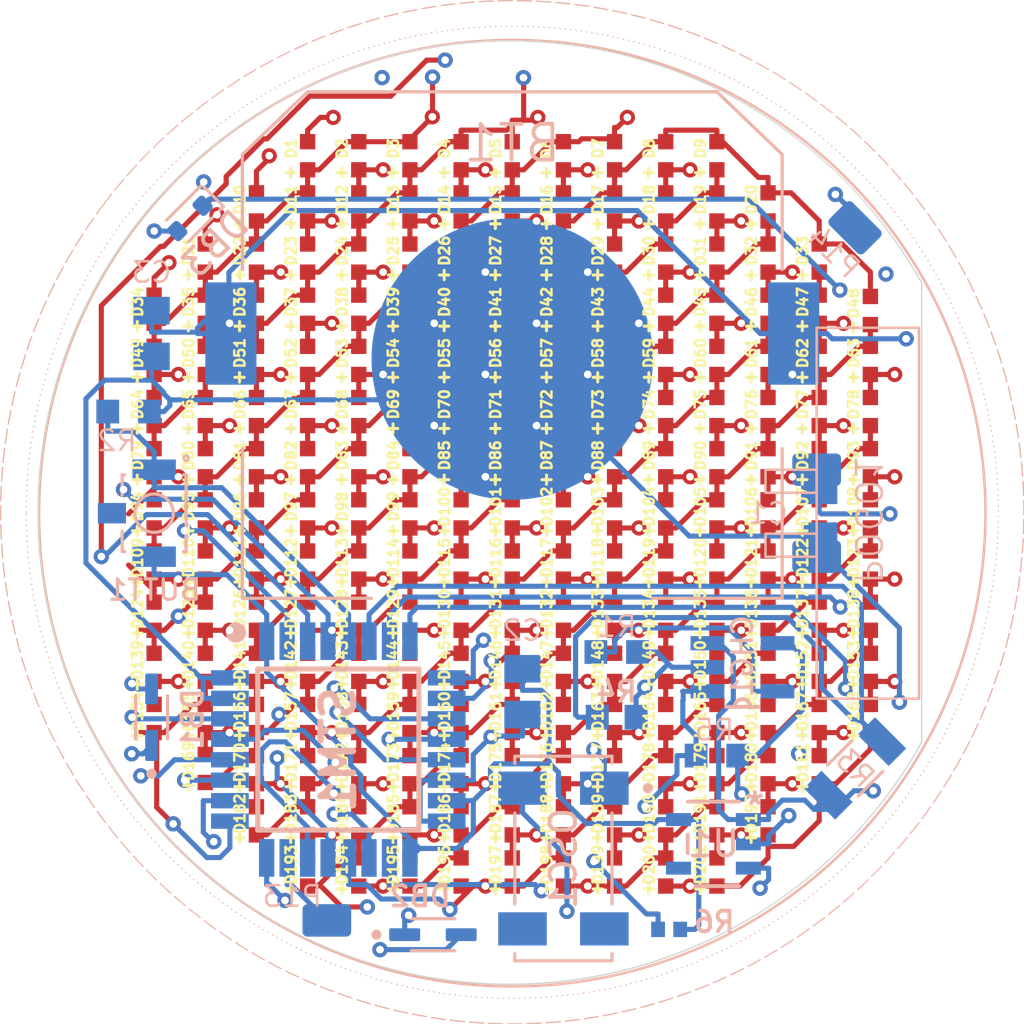
<source format=kicad_pcb>
(kicad_pcb (version 20241229) (generator "pcbnew") (generator_version "9.0")
  (layers (0 "F.Cu" signal) (4 "In1.Cu" signal) (6 "In2.Cu" signal) (2 "B.Cu" signal) (13 "F.Paste" user) (15 "B.Paste" user) (5 "F.SilkS" user "F.Silkscreen") (7 "B.SilkS" user "B.Silkscreen") (1 "F.Mask" user) (3 "B.Mask" user) (25 "Edge.Cuts" user))
  (net 0 "")
  (net 1 "Net-(CHG1-VBAT)")
  (net 2 "Net-(U1-EN)")
  (net 3 "F")
  (net 4 "B")
  (net 5 "A")
  (net 6 "N")
  (net 7 "O")
  (net 8 "D")
  (net 9 "E")
  (net 10 "H")
  (net 11 "L")
  (net 12 "J")
  (net 13 "C")
  (net 14 "G")
  (net 15 "M")
  (net 16 "K")
  (net 17 "I")
  (net 18 "P")
  (net 19 "Net-(CHG1-PROG)")
  (net 20 "Net-(STM1-PA0)")
  (net 21 "USB + ")
  (net 22 "STM_POW")
  (net 23 "Net-(STM1-PF0-OSC_IN)")
  (net 24 "Net-(CHG1-STAT)")
  (net 25 "Net-(STM1-PF1-OSC_OUT)")
  (net 27 "Net-(STM1-PB3)")
  (net 28 "Net-(STM1-PA1)")
  (net 30 "Net-(STM1-PA13)")
  (net 31 "Net-(STM1-PA14)")
  (net 32 "GNDREF")
  (net 35 "Net-(STM1-PG10-NRST)")
  (net 36 "Net-(DB3-A)")
  (footprint "WL-SMCC_0402:WL-SMCC_0402" (layer "F.Cu") (at 208 89.55 -90)
    (property "Reference" "D108")
    (property "Value" "WL-SMCC_0402")
  )
  (footprint "WL-SMCC_0402:WL-SMCC_0402" (layer "F.Cu") (at 196 99.55 -90)
    (property "Reference" "D176")
    (property "Value" "WL-SMCC_0402")
  )
  (footprint "WL-SMCC_0402:WL-SMCC_0402" (layer "F.Cu") (at 182 95.55 -90)
    (property "Reference" "D140")
    (property "Value" "WL-SMCC_0402")
  )
  (footprint "WL-SMCC_0402:WL-SMCC_0402" (layer "F.Cu") (at 206 91.55 -90)
    (property "Reference" "D122")
    (property "Value" "WL-SMCC_0402")
  )
  (footprint "WL-SMCC_0402:WL-SMCC_0402" (layer "F.Cu") (at 190 89.55 -90)
    (property "Reference" "D99")
    (property "Value" "WL-SMCC_0402")
  )
  (footprint "WL-SMCC_0402:WL-SMCC_0402" (layer "F.Cu") (at 196 87.55 -90)
    (property "Reference" "D87")
    (property "Value" "WL-SMCC_0402")
  )
  (footprint "WL-SMCC_0402:WL-SMCC_0402" (layer "F.Cu") (at 186 99.55 -90)
    (property "Reference" "D171")
    (property "Value" "WL-SMCC_0402")
  )
  (footprint "WL-SMCC_0402:WL-SMCC_0402" (layer "F.Cu") (at 188 79.55 -90)
    (property "Reference" "D24")
    (property "Value" "WL-SMCC_0402")
  )
  (footprint "WL-SMCC_0402:WL-SMCC_0402" (layer "F.Cu") (at 194 95.55 -90)
    (property "Reference" "D146")
    (property "Value" "WL-SMCC_0402")
  )
  (footprint "WL-SMCC_0402:WL-SMCC_0402" (layer "F.Cu") (at 202 99.55 -90)
    (property "Reference" "D179")
    (property "Value" "WL-SMCC_0402")
  )
  (footprint "WL-SMCC_0402:WL-SMCC_0402" (layer "F.Cu") (at 192 99.55 -90)
    (property "Reference" "D174")
    (property "Value" "WL-SMCC_0402")
  )
  (footprint "WL-SMCC_0402:WL-SMCC_0402" (layer "F.Cu") (at 180 91.55 -90)
    (property "Reference" "D109")
    (property "Value" "WL-SMCC_0402")
  )
  (footprint "WL-SMCC_0402:WL-SMCC_0402" (layer "F.Cu") (at 198 99.55 -90)
    (property "Reference" "D177")
    (property "Value" "WL-SMCC_0402")
  )
  (footprint "WL-SMCC_0402:WL-SMCC_0402" (layer "F.Cu") (at 186 95.55 -90)
    (property "Reference" "D142")
    (property "Value" "WL-SMCC_0402")
  )
  (footprint "WL-SMCC_0402:WL-SMCC_0402" (layer "F.Cu") (at 200 91.55 -90)
    (property "Reference" "D119")
    (property "Value" "WL-SMCC_0402")
  )
  (footprint "WL-SMCC_0402:WL-SMCC_0402" (layer "F.Cu") (at 194 89.55 -90)
    (property "Reference" "D101")
    (property "Value" "WL-SMCC_0402")
  )
  (footprint "WL-SMCC_0402:WL-SMCC_0402" (layer "F.Cu") (at 190 103.55 -90)
    (property "Reference" "D195")
    (property "Value" "WL-SMCC_0402")
  )
  (footprint "WL-SMCC_0402:WL-SMCC_0402" (layer "F.Cu") (at 192 93.55 -90)
    (property "Reference" "D130")
    (property "Value" "WL-SMCC_0402")
  )
  (footprint "WL-SMCC_0402:WL-SMCC_0402" (layer "F.Cu") (at 188 97.55 -90)
    (property "Reference" "D158")
    (property "Value" "WL-SMCC_0402")
  )
  (footprint "WL-SMCC_0402:WL-SMCC_0402" (layer "F.Cu") (at 198 83.55 -90)
    (property "Reference" "D58")
    (property "Value" "WL-SMCC_0402")
  )
  (footprint "WL-SMCC_0402:WL-SMCC_0402" (layer "F.Cu") (at 184 81.55 -90)
    (property "Reference" "D36")
    (property "Value" "WL-SMCC_0402")
  )
  (footprint "WL-SMCC_0402:WL-SMCC_0402" (layer "F.Cu") (at 190 95.55 -90)
    (property "Reference" "D144")
    (property "Value" "WL-SMCC_0402")
  )
  (footprint "WL-SMCC_0402:WL-SMCC_0402" (layer "F.Cu") (at 198 91.55 -90)
    (property "Reference" "D118")
    (property "Value" "WL-SMCC_0402")
  )
  (footprint "WL-SMCC_0402:WL-SMCC_0402" (layer "F.Cu") (at 202 79.55 -90)
    (property "Reference" "D31")
    (property "Value" "WL-SMCC_0402")
  )
  (footprint "WL-SMCC_0402:WL-SMCC_0402" (layer "F.Cu") (at 186 93.55 -90)
    (property "Reference" "D127")
    (property "Value" "WL-SMCC_0402")
  )
  (footprint "WL-SMCC_0402:WL-SMCC_0402" (layer "F.Cu") (at 200 99.55 -90)
    (property "Reference" "D178")
    (property "Value" "WL-SMCC_0402")
  )
  (footprint "WL-SMCC_0402:WL-SMCC_0402" (layer "F.Cu") (at 204 83.55 -90)
    (property "Reference" "D61")
    (property "Value" "WL-SMCC_0402")
  )
  (footprint "WL-SMCC_0402:WL-SMCC_0402" (layer "F.Cu") (at 188 85.55 -90)
    (property "Reference" "D68")
    (property "Value" "WL-SMCC_0402")
  )
  (footprint "WL-SMCC_0402:WL-SMCC_0402" (layer "F.Cu") (at 208 95.55 -90)
    (property "Reference" "D153")
    (property "Value" "WL-SMCC_0402")
  )
  (footprint "WL-SMCC_0402:WL-SMCC_0402" (layer "F.Cu") (at 192 91.55 -90)
    (property "Reference" "D115")
    (property "Value" "WL-SMCC_0402")
  )
  (footprint "WL-SMCC_0402:WL-SMCC_0402" (layer "F.Cu") (at 200 101.55 -90)
    (property "Reference" "D190")
    (property "Value" "WL-SMCC_0402")
  )
  (footprint "WL-SMCC_0402:WL-SMCC_0402" (layer "F.Cu") (at 188 101.55 -90)
    (property "Reference" "D184")
    (property "Value" "WL-SMCC_0402")
  )
  (footprint "WL-SMCC_0402:WL-SMCC_0402" (layer "F.Cu") (at 188 75.55 -90)
    (property "Reference" "D2")
    (property "Value" "WL-SMCC_0402")
  )
  (footprint "WL-SMCC_0402:WL-SMCC_0402" (layer "F.Cu") (at 200 95.55 -90)
    (property "Reference" "D149")
    (property "Value" "WL-SMCC_0402")
  )
  (footprint "WL-SMCC_0402:WL-SMCC_0402" (layer "F.Cu") (at 194 85.55 -90)
    (property "Reference" "D71")
    (property "Value" "WL-SMCC_0402")
  )
  (footprint "WL-SMCC_0402:WL-SMCC_0402" (layer "F.Cu") (at 194 79.55 -90)
    (property "Reference" "D27")
    (property "Value" "WL-SMCC_0402")
  )
  (footprint "WL-SMCC_0402:WL-SMCC_0402" (layer "F.Cu") (at 182 97.55 -90)
    (property "Reference" "D155")
    (property "Value" "WL-SMCC_0402")
  )
  (footprint "WL-SMCC_0402:WL-SMCC_0402" (layer "F.Cu") (at 186 75.55 -90)
    (property "Reference" "D1")
    (property "Value" "WL-SMCC_0402")
  )
  (footprint "WL-SMCC_0402:WL-SMCC_0402" (layer "F.Cu") (at 202 85.55 -90)
    (property "Reference" "D75")
    (property "Value" "WL-SMCC_0402")
  )
  (footprint "WL-SMCC_0402:WL-SMCC_0402" (layer "F.Cu") (at 192 85.55 -90)
    (property "Reference" "D70")
    (property "Value" "WL-SMCC_0402")
  )
  (footprint "WL-SMCC_0402:WL-SMCC_0402" (layer "F.Cu") (at 202 81.55 -90)
    (property "Reference" "D45")
    (property "Value" "WL-SMCC_0402")
  )
  (footprint "WL-SMCC_0402:WL-SMCC_0402" (layer "F.Cu") (at 190 79.55 -90)
    (property "Reference" "D25")
    (property "Value" "WL-SMCC_0402")
  )
  (footprint "WL-SMCC_0402:WL-SMCC_0402" (layer "F.Cu") (at 184 97.55 -90)
    (property "Reference" "D156")
    (property "Value" "WL-SMCC_0402")
  )
  (footprint "WL-SMCC_0402:WL-SMCC_0402" (layer "F.Cu") (at 198 87.55 -90)
    (property "Reference" "D88")
    (property "Value" "WL-SMCC_0402")
  )
  (footprint "WL-SMCC_0402:WL-SMCC_0402" (layer "F.Cu") (at 186 101.55 -90)
    (property "Reference" "D183")
    (property "Value" "WL-SMCC_0402")
  )
  (footprint "WL-SMCC_0402:WL-SMCC_0402" (layer "F.Cu") (at 184 83.55 -90)
    (property "Reference" "D51")
    (property "Value" "WL-SMCC_0402")
  )
  (footprint "WL-SMCC_0402:WL-SMCC_0402" (layer "F.Cu") (at 196 97.55 -90)
    (property "Reference" "D162")
    (property "Value" "WL-SMCC_0402")
  )
  (footprint "WL-SMCC_0402:WL-SMCC_0402" (layer "F.Cu") (at 198 81.55 -90)
    (property "Reference" "D43")
    (property "Value" "WL-SMCC_0402")
  )
  (footprint "WL-SMCC_0402:WL-SMCC_0402" (layer "F.Cu") (at 204 81.55 -90)
    (property "Reference" "D46")
    (property "Value" "WL-SMCC_0402")
  )
  (footprint "WL-SMCC_0402:WL-SMCC_0402" (layer "F.Cu") (at 198 79.55 -90)
    (property "Reference" "D29")
    (property "Value" "WL-SMCC_0402")
  )
  (footprint "WL-SMCC_0402:WL-SMCC_0402" (layer "F.Cu") (at 182 83.55 -90)
    (property "Reference" "D50")
    (property "Value" "WL-SMCC_0402")
  )
  (footprint "WL-SMCC_0402:WL-SMCC_0402" (layer "F.Cu") (at 202 77.55 -90)
    (property "Reference" "D19")
    (property "Value" "WL-SMCC_0402")
  )
  (footprint "WL-SMCC_0402:WL-SMCC_0402" (layer "F.Cu") (at 206 85.55 -90)
    (property "Reference" "D77")
    (property "Value" "WL-SMCC_0402")
  )
  (footprint "WL-SMCC_0402:WL-SMCC_0402" (layer "F.Cu") (at 198 101.55 -90)
    (property "Reference" "D189")
    (property "Value" "WL-SMCC_0402")
  )
  (footprint "WL-SMCC_0402:WL-SMCC_0402" (layer "F.Cu") (at 198 97.55 -90)
    (property "Reference" "D163")
    (property "Value" "WL-SMCC_0402")
  )
  (footprint "WL-SMCC_0402:WL-SMCC_0402" (layer "F.Cu") (at 194 103.55 -90)
    (property "Reference" "D197")
    (property "Value" "WL-SMCC_0402")
  )
  (footprint "WL-SMCC_0402:WL-SMCC_0402" (layer "F.Cu") (at 182 93.55 -90)
    (property "Reference" "D125")
    (property "Value" "WL-SMCC_0402")
  )
  (footprint "WL-SMCC_0402:WL-SMCC_0402" (layer "F.Cu") (at 184 85.55 -90)
    (property "Reference" "D66")
    (property "Value" "WL-SMCC_0402")
  )
  (footprint "WL-SMCC_0402:WL-SMCC_0402" (layer "F.Cu") (at 182 89.55 -90)
    (property "Reference" "D95")
    (property "Value" "WL-SMCC_0402")
  )
  (footprint "WL-SMCC_0402:WL-SMCC_0402" (layer "F.Cu") (at 200 87.55 -90)
    (property "Reference" "D89")
    (property "Value" "WL-SMCC_0402")
  )
  (footprint "WL-SMCC_0402:WL-SMCC_0402" (layer "F.Cu") (at 204 79.55 -90)
    (property "Reference" "D32")
    (property "Value" "WL-SMCC_0402")
  )
  (footprint "WL-SMCC_0402:WL-SMCC_0402" (layer "F.Cu") (at 202 95.55 -90)
    (property "Reference" "D150")
    (property "Value" "WL-SMCC_0402")
  )
  (footprint "WL-SMCC_0402:WL-SMCC_0402" (layer "F.Cu") (at 194 101.55 -90)
    (property "Reference" "D187")
    (property "Value" "WL-SMCC_0402")
  )
  (footprint "WL-SMCC_0402:WL-SMCC_0402" (layer "F.Cu") (at 206 81.55 -90)
    (property "Reference" "D47")
    (property "Value" "WL-SMCC_0402")
  )
  (footprint "WL-SMCC_0402:WL-SMCC_0402" (layer "F.Cu") (at 192 95.55 -90)
    (property "Reference" "D145")
    (property "Value" "WL-SMCC_0402")
  )
  (footprint "WL-SMCC_0402:WL-SMCC_0402" (layer "F.Cu") (at 192 81.55 -90)
    (property "Reference" "D40")
    (property "Value" "WL-SMCC_0402")
  )
  (footprint "WL-SMCC_0402:WL-SMCC_0402" (layer "F.Cu") (at 184 95.55 -90)
    (property "Reference" "D141")
    (property "Value" "WL-SMCC_0402")
  )
  (footprint "WL-SMCC_0402:WL-SMCC_0402" (layer "F.Cu") (at 180 87.55 -90)
    (property "Reference" "D79")
    (property "Value" "WL-SMCC_0402")
  )
  (footprint "WL-SMCC_0402:WL-SMCC_0402" (layer "F.Cu") (at 208 83.55 -90)
    (property "Reference" "D63")
    (property "Value" "WL-SMCC_0402")
  )
  (footprint "WL-SMCC_0402:WL-SMCC_0402" (layer "F.Cu") (at 208 97.55 -90)
    (property "Reference" "D168")
    (property "Value" "WL-SMCC_0402")
  )
  (footprint "WL-SMCC_0402:WL-SMCC_0402" (layer "F.Cu") (at 204 77.55 -90)
    (property "Reference" "D20")
    (property "Value" "WL-SMCC_0402")
  )
  (footprint "WL-SMCC_0402:WL-SMCC_0402" (layer "F.Cu") (at 200 79.55 -90)
    (property "Reference" "D30")
    (property "Value" "WL-SMCC_0402")
  )
  (footprint "WL-SMCC_0402:WL-SMCC_0402" (layer "F.Cu") (at 200 85.55 -90)
    (property "Reference" "D74")
    (property "Value" "WL-SMCC_0402")
  )
  (footprint "WL-SMCC_0402:WL-SMCC_0402" (layer "F.Cu") (at 180 95.55 -90)
    (property "Reference" "D139")
    (property "Value" "WL-SMCC_0402")
  )
  (footprint "WL-SMCC_0402:WL-SMCC_0402" (layer "F.Cu") (at 184 101.55 -90)
    (property "Reference" "D182")
    (property "Value" "WL-SMCC_0402")
  )
  (footprint "WL-SMCC_0402:WL-SMCC_0402" (layer "F.Cu") (at 182 79.55 -90)
    (property "Reference" "D21")
    (property "Value" "WL-SMCC_0402")
  )
  (footprint "WL-SMCC_0402:WL-SMCC_0402" (layer "F.Cu") (at 202 97.55 -90)
    (property "Reference" "D165")
    (property "Value" "WL-SMCC_0402")
  )
  (footprint "WL-SMCC_0402:WL-SMCC_0402" (layer "F.Cu") (at 206 89.55 -90)
    (property "Reference" "D107")
    (property "Value" "WL-SMCC_0402")
  )
  (footprint "WL-SMCC_0402:WL-SMCC_0402" (layer "F.Cu") (at 196 85.55 -90)
    (property "Reference" "D72")
    (property "Value" "WL-SMCC_0402")
  )
  (footprint "WL-SMCC_0402:WL-SMCC_0402" (layer "F.Cu") (at 182 87.55 -90)
    (property "Reference" "D80")
    (property "Value" "WL-SMCC_0402")
  )
  (footprint "WL-SMCC_0402:WL-SMCC_0402" (layer "F.Cu") (at 180 83.55 -90)
    (property "Reference" "D49")
    (property "Value" "WL-SMCC_0402")
  )
  (footprint "WL-SMCC_0402:WL-SMCC_0402" (layer "F.Cu") (at 186 87.55 -90)
    (property "Reference" "D82")
    (property "Value" "WL-SMCC_0402")
  )
  (footprint "WL-SMCC_0402:WL-SMCC_0402" (layer "F.Cu") (at 180 97.55 -90)
    (property "Reference" "D154")
    (property "Value" "WL-SMCC_0402")
  )
  (footprint "WL-SMCC_0402:WL-SMCC_0402" (layer "F.Cu") (at 190 93.55 -90)
    (property "Reference" "D129")
    (property "Value" "WL-SMCC_0402")
  )
  (footprint "WL-SMCC_0402:WL-SMCC_0402" (layer "F.Cu") (at 200 83.55 -90)
    (property "Reference" "D59")
    (property "Value" "WL-SMCC_0402")
  )
  (footprint "WL-SMCC_0402:WL-SMCC_0402" (layer "F.Cu") (at 206 87.55 -90)
    (property "Reference" "D92")
    (property "Value" "WL-SMCC_0402")
  )
  (footprint "WL-SMCC_0402:WL-SMCC_0402" (layer "F.Cu") (at 208 81.6 -90)
    (property "Reference" "D48")
    (property "Value" "WL-SMCC_0402")
  )
  (footprint "WL-SMCC_0402:WL-SMCC_0402" (layer "F.Cu") (at 194 81.55 -90)
    (property "Reference" "D41")
    (property "Value" "WL-SMCC_0402")
  )
  (footprint "WL-SMCC_0402:WL-SMCC_0402" (layer "F.Cu") (at 208 87.55 -90)
    (property "Reference" "D93")
    (property "Value" "WL-SMCC_0402")
  )
  (footprint "WL-SMCC_0402:WL-SMCC_0402" (layer "F.Cu") (at 200 89.55 -90)
    (property "Reference" "D104")
    (property "Value" "WL-SMCC_0402")
  )
  (footprint "WL-SMCC_0402:WL-SMCC_0402" (layer "F.Cu") (at 180 85.55 -90)
    (property "Reference" "D64")
    (property "Value" "WL-SMCC_0402")
  )
  (footprint "WL-SMCC_0402:WL-SMCC_0402" (layer "F.Cu") (at 194 83.55 -90)
    (property "Reference" "D56")
    (property "Value" "WL-SMCC_0402")
  )
  (footprint "WL-SMCC_0402:WL-SMCC_0402" (layer "F.Cu") (at 204 99.55 -90)
    (property "Reference" "D180")
    (property "Value" "WL-SMCC_0402")
  )
  (footprint "WL-SMCC_0402:WL-SMCC_0402" (layer "F.Cu") (at 196 93.55 -90)
    (property "Reference" "D132")
    (property "Value" "WL-SMCC_0402")
  )
  (footprint "WL-SMCC_0402:WL-SMCC_0402" (layer "F.Cu") (at 184 87.55 -90)
    (property "Reference" "D81")
    (property "Value" "WL-SMCC_0402")
  )
  (footprint "WL-SMCC_0402:WL-SMCC_0402" (layer "F.Cu") (at 208 93.55 -90)
    (property "Reference" "D138")
    (property "Value" "WL-SMCC_0402")
  )
  (footprint "WL-SMCC_0402:WL-SMCC_0402" (layer "F.Cu") (at 202 91.55 -90)
    (property "Reference" "D120")
    (property "Value" "WL-SMCC_0402")
  )
  (footprint "WL-SMCC_0402:WL-SMCC_0402" (layer "F.Cu") (at 180 93.55 -90)
    (property "Reference" "D124")
    (property "Value" "WL-SMCC_0402")
  )
  (footprint "WL-SMCC_0402:WL-SMCC_0402" (layer "F.Cu") (at 206 99.55 -90)
    (property "Reference" "D181")
    (property "Value" "WL-SMCC_0402")
  )
  (footprint "WL-SMCC_0402:WL-SMCC_0402" (layer "F.Cu") (at 190 101.55 -90)
    (property "Reference" "D185")
    (property "Value" "WL-SMCC_0402")
  )
  (footprint "WL-SMCC_0402:WL-SMCC_0402" (layer "F.Cu") (at 190 81.55 -90)
    (property "Reference" "D39")
    (property "Value" "WL-SMCC_0402")
  )
  (footprint "WL-SMCC_0402:WL-SMCC_0402" (layer "F.Cu") (at 188 93.55 -90)
    (property "Reference" "D128")
    (property "Value" "WL-SMCC_0402")
  )
  (footprint "WL-SMCC_0402:WL-SMCC_0402" (layer "F.Cu") (at 198 75.55 -90)
    (property "Reference" "D7")
    (property "Value" "WL-SMCC_0402")
  )
  (footprint "WL-SMCC_0402:WL-SMCC_0402" (layer "F.Cu") (at 194 75.55 -90)
    (property "Reference" "D5")
    (property "Value" "WL-SMCC_0402")
  )
  (footprint "WL-SMCC_0402:WL-SMCC_0402" (layer "F.Cu") (at 194 77.55 -90)
    (property "Reference" "D15")
    (property "Value" "WL-SMCC_0402")
  )
  (footprint "WL-SMCC_0402:WL-SMCC_0402" (layer "F.Cu") (at 196 81.55 -90)
    (property "Reference" "D42")
    (property "Value" "WL-SMCC_0402")
  )
  (footprint "WL-SMCC_0402:WL-SMCC_0402" (layer "F.Cu") (at 196 75.55 -90)
    (property "Reference" "D6")
    (property "Value" "WL-SMCC_0402")
  )
  (footprint "WL-SMCC_0402:WL-SMCC_0402" (layer "F.Cu") (at 194 99.55 -90)
    (property "Reference" "D175")
    (property "Value" "WL-SMCC_0402")
  )
  (footprint "WL-SMCC_0402:WL-SMCC_0402" (layer "F.Cu") (at 186 97.55 -90)
    (property "Reference" "D157")
    (property "Value" "WL-SMCC_0402")
  )
  (footprint "WL-SMCC_0402:WL-SMCC_0402" (layer "F.Cu") (at 190 75.55 -90)
    (property "Reference" "D3")
    (property "Value" "WL-SMCC_0402")
  )
  (footprint "WL-SMCC_0402:WL-SMCC_0402" (layer "F.Cu") (at 186 83.55 -90)
    (property "Reference" "D52")
    (property "Value" "WL-SMCC_0402")
  )
  (footprint "WL-SMCC_0402:WL-SMCC_0402" (layer "F.Cu") (at 196 83.55 -90)
    (property "Reference" "D57")
    (property "Value" "WL-SMCC_0402")
  )
  (footprint "WL-SMCC_0402:WL-SMCC_0402" (layer "F.Cu") (at 192 83.55 -90)
    (property "Reference" "D55")
    (property "Value" "WL-SMCC_0402")
  )
  (footprint "WL-SMCC_0402:WL-SMCC_0402" (layer "F.Cu") (at 188 83.55 -90)
    (property "Reference" "D53")
    (property "Value" "WL-SMCC_0402")
  )
  (footprint "WL-SMCC_0402:WL-SMCC_0402" (layer "F.Cu") (at 186 79.55 -90)
    (property "Reference" "D23")
    (property "Value" "WL-SMCC_0402")
  )
  (footprint "WL-SMCC_0402:WL-SMCC_0402" (layer "F.Cu") (at 192 79.55 -90)
    (property "Reference" "D26")
    (property "Value" "WL-SMCC_0402")
  )
  (footprint "WL-SMCC_0402:WL-SMCC_0402" (layer "F.Cu") (at 200 81.55 -90)
    (property "Reference" "D44")
    (property "Value" "WL-SMCC_0402")
  )
  (footprint "WL-SMCC_0402:WL-SMCC_0402" (layer "F.Cu") (at 192 103.55 -90)
    (property "Reference" "D196")
    (property "Value" "WL-SMCC_0402")
  )
  (footprint "WL-SMCC_0402:WL-SMCC_0402" (layer "F.Cu") (at 184 79.55 -90)
    (property "Reference" "D22")
    (property "Value" "WL-SMCC_0402")
  )
  (footprint "WL-SMCC_0402:WL-SMCC_0402" (layer "F.Cu") (at 184 91.55 -90)
    (property "Reference" "D111")
    (property "Value" "WL-SMCC_0402")
  )
  (footprint "WL-SMCC_0402:WL-SMCC_0402" (layer "F.Cu") (at 196 101.55 -90)
    (property "Reference" "D188")
    (property "Value" "WL-SMCC_0402")
  )
  (footprint "WL-SMCC_0402:WL-SMCC_0402" (layer "F.Cu") (at 188 99.55 -90)
    (property "Reference" "D172")
    (property "Value" "WL-SMCC_0402")
  )
  (footprint "WL-SMCC_0402:WL-SMCC_0402" (layer "F.Cu") (at 204 91.55 -90)
    (property "Reference" "D121")
    (property "Value" "WL-SMCC_0402")
  )
  (footprint "WL-SMCC_0402:WL-SMCC_0402" (layer "F.Cu") (at 194 97.55 -90)
    (property "Reference" "D161")
    (property "Value" "WL-SMCC_0402")
  )
  (footprint "WL-SMCC_0402:WL-SMCC_0402" (layer "F.Cu") (at 196 77.55 -90)
    (property "Reference" "D16")
    (property "Value" "WL-SMCC_0402")
  )
  (footprint "WL-SMCC_0402:WL-SMCC_0402" (layer "F.Cu") (at 202 103.55 -90)
    (property "Reference" "D201")
    (property "Value" "WL-SMCC_0402")
  )
  (footprint "WL-SMCC_0402:WL-SMCC_0402" (layer "F.Cu") (at 186 103.55 -90)
    (property "Reference" "D193")
    (property "Value" "WL-SMCC_0402")
  )
  (footprint "WL-SMCC_0402:WL-SMCC_0402" (layer "F.Cu") (at 196 95.55 -90)
    (property "Reference" "D147")
    (property "Value" "WL-SMCC_0402")
  )
  (footprint "WL-SMCC_0402:WL-SMCC_0402" (layer "F.Cu") (at 196 91.55 -90)
    (property "Reference" "D117")
    (property "Value" "WL-SMCC_0402")
  )
  (footprint "WL-SMCC_0402:WL-SMCC_0402" (layer "F.Cu") (at 204 93.55 -90)
    (property "Reference" "D136")
    (property "Value" "WL-SMCC_0402")
  )
  (footprint "WL-SMCC_0402:WL-SMCC_0402" (layer "F.Cu") (at 198 103.55 -90)
    (property "Reference" "D199")
    (property "Value" "WL-SMCC_0402")
  )
  (footprint "WL-SMCC_0402:WL-SMCC_0402" (layer "F.Cu") (at 194 87.55 -90)
    (property "Reference" "D86")
    (property "Value" "WL-SMCC_0402")
  )
  (footprint "WL-SMCC_0402:WL-SMCC_0402" (layer "F.Cu") (at 190 99.55 -90)
    (property "Reference" "D173")
    (property "Value" "WL-SMCC_0402")
  )
  (footprint "WL-SMCC_0402:WL-SMCC_0402" (layer "F.Cu") (at 206 95.55 -90)
    (property "Reference" "D152")
    (property "Value" "WL-SMCC_0402")
  )
  (footprint "WL-SMCC_0402:WL-SMCC_0402" (layer "F.Cu") (at 188 77.55 -90)
    (property "Reference" "D12")
    (property "Value" "WL-SMCC_0402")
  )
  (footprint "WL-SMCC_0402:WL-SMCC_0402" (layer "F.Cu") (at 188 95.55 -90)
    (property "Reference" "D143")
    (property "Value" "WL-SMCC_0402")
  )
  (footprint "WL-SMCC_0402:WL-SMCC_0402" (layer "F.Cu") (at 186 81.55 -90)
    (property "Reference" "D37")
    (property "Value" "WL-SMCC_0402")
  )
  (footprint "WL-SMCC_0402:WL-SMCC_0402" (layer "F.Cu") (at 204 101.55 -90)
    (property "Reference" "D192")
    (property "Value" "WL-SMCC_0402")
  )
  (footprint "WL-SMCC_0402:WL-SMCC_0402" (layer "F.Cu") (at 190 85.55 -90)
    (property "Reference" "D69")
    (property "Value" "WL-SMCC_0402")
  )
  (footprint "WL-SMCC_0402:WL-SMCC_0402" (layer "F.Cu") (at 206 79.55 -90)
    (property "Reference" "D33")
    (property "Value" "WL-SMCC_0402")
  )
  (footprint "WL-SMCC_0402:WL-SMCC_0402" (layer "F.Cu") (at 182 81.55 -90)
    (property "Reference" "D35")
    (property "Value" "WL-SMCC_0402")
  )
  (footprint "WL-SMCC_0402:WL-SMCC_0402" (layer "F.Cu") (at 204 95.55 -90)
    (property "Reference" "D151")
    (property "Value" "WL-SMCC_0402")
  )
  (footprint "WL-SMCC_0402:WL-SMCC_0402" (layer "F.Cu") (at 198 93.55 -90)
    (property "Reference" "D133")
    (property "Value" "WL-SMCC_0402")
  )
  (footprint "WL-SMCC_0402:WL-SMCC_0402" (layer "F.Cu") (at 184 93.55 -90)
    (property "Reference" "D126")
    (property "Value" "WL-SMCC_0402")
  )
  (footprint "WL-SMCC_0402:WL-SMCC_0402" (layer "F.Cu") (at 182 85.55 -90)
    (property "Reference" "D65")
    (property "Value" "WL-SMCC_0402")
  )
  (footprint "WL-SMCC_0402:WL-SMCC_0402" (layer "F.Cu") (at 204 89.55 -90)
    (property "Reference" "D106")
    (property "Value" "WL-SMCC_0402")
  )
  (footprint "WL-SMCC_0402:WL-SMCC_0402" (layer "F.Cu") (at 202 83.55 -90)
    (property "Reference" "D60")
    (property "Value" "WL-SMCC_0402")
  )
  (footprint "WL-SMCC_0402:WL-SMCC_0402" (layer "F.Cu") (at 200 103.55 -90)
    (property "Reference" "D200")
    (property "Value" "WL-SMCC_0402")
  )
  (footprint "WL-SMCC_0402:WL-SMCC_0402" (layer "F.Cu") (at 190 97.55 -90)
    (property "Reference" "D159")
    (property "Value" "WL-SMCC_0402")
  )
  (footprint "WL-SMCC_0402:WL-SMCC_0402" (layer "F.Cu") (at 186 89.55 -90)
    (property "Reference" "D97")
    (property "Value" "WL-SMCC_0402")
  )
  (footprint "WL-SMCC_0402:WL-SMCC_0402" (layer "F.Cu") (at 202 101.55 -90)
    (property "Reference" "D191")
    (property "Value" "WL-SMCC_0402")
  )
  (footprint "WL-SMCC_0402:WL-SMCC_0402" (layer "F.Cu") (at 204 85.55 -90)
    (property "Reference" "D76")
    (property "Value" "WL-SMCC_0402")
  )
  (footprint "WL-SMCC_0402:WL-SMCC_0402" (layer "F.Cu") (at 198 85.55 -90)
    (property "Reference" "D73")
    (property "Value" "WL-SMCC_0402")
  )
  (footprint "WL-SMCC_0402:WL-SMCC_0402" (layer "F.Cu") (at 192 97.55 -90)
    (property "Reference" "D160")
    (property "Value" "WL-SMCC_0402")
  )
  (footprint "WL-SMCC_0402:WL-SMCC_0402" (layer "F.Cu") (at 188 87.55 -90)
    (property "Reference" "D83")
    (property "Value" "WL-SMCC_0402")
  )
  (footprint "WL-SMCC_0402:WL-SMCC_0402" (layer "F.Cu") (at 194 93.55 -90)
    (property "Reference" "D131")
    (property "Value" "WL-SMCC_0402")
  )
  (footprint "WL-SMCC_0402:WL-SMCC_0402" (layer "F.Cu") (at 180 89.55 -90)
    (property "Reference" "D94")
    (property "Value" "WL-SMCC_0402")
  )
  (footprint "WL-SMCC_0402:WL-SMCC_0402" (layer "F.Cu") (at 188 91.55 -90)
    (property "Reference" "D113")
    (property "Value" "WL-SMCC_0402")
  )
  (footprint "WL-SMCC_0402:WL-SMCC_0402" (layer "F.Cu") (at 188 103.55 -90)
    (property "Reference" "D194")
    (property "Value" "WL-SMCC_0402")
  )
  (footprint "WL-SMCC_0402:WL-SMCC_0402" (layer "F.Cu") (at 196 79.55 -90)
    (property "Reference" "D28")
    (property "Value" "WL-SMCC_0402")
  )
  (footprint "WL-SMCC_0402:WL-SMCC_0402" (layer "F.Cu") (at 204 87.55 -90)
    (property "Reference" "D91")
    (property "Value" "WL-SMCC_0402")
  )
  (footprint "WL-SMCC_0402:WL-SMCC_0402" (layer "F.Cu") (at 192 101.55 -90)
    (property "Reference" "D186")
    (property "Value" "WL-SMCC_0402")
  )
  (footprint "WL-SMCC_0402:WL-SMCC_0402" (layer "F.Cu") (at 200 93.55 -90)
    (property "Reference" "D134")
    (property "Value" "WL-SMCC_0402")
  )
  (footprint "WL-SMCC_0402:WL-SMCC_0402" (layer "F.Cu") (at 184 77.55 -90)
    (property "Reference" "D10")
    (property "Value" "WL-SMCC_0402")
  )
  (footprint "WL-SMCC_0402:WL-SMCC_0402" (layer "F.Cu") (at 182 91.55 -90)
    (property "Reference" "D110")
    (property "Value" "WL-SMCC_0402")
  )
  (footprint "WL-SMCC_0402:WL-SMCC_0402" (layer "F.Cu") (at 206 83.55 -90)
    (property "Reference" "D62")
    (property "Value" "WL-SMCC_0402")
  )
  (footprint "WL-SMCC_0402:WL-SMCC_0402" (layer "F.Cu") (at 184 89.55 -90)
    (property "Reference" "D96")
    (property "Value" "WL-SMCC_0402")
  )
  (footprint "WL-SMCC_0402:WL-SMCC_0402" (layer "F.Cu") (at 206 93.55 -90)
    (property "Reference" "D137")
    (property "Value" "WL-SMCC_0402")
  )
  (footprint "WL-SMCC_0402:WL-SMCC_0402" (layer "F.Cu") (at 200 75.55 -90)
    (property "Reference" "D8")
    (property "Value" "WL-SMCC_0402")
  )
  (footprint "WL-SMCC_0402:WL-SMCC_0402" (layer "F.Cu") (at 186 85.55 -90)
    (property "Reference" "D67")
    (property "Value" "WL-SMCC_0402")
  )
  (footprint "WL-SMCC_0402:WL-SMCC_0402" (layer "F.Cu") (at 180 81.55 -90)
    (property "Reference" "D34")
    (property "Value" "WL-SMCC_0402")
  )
  (footprint "WL-SMCC_0402:WL-SMCC_0402" (layer "F.Cu") (at 198 77.55 -90)
    (property "Reference" "D17")
    (property "Value" "WL-SMCC_0402")
  )
  (footprint "WL-SMCC_0402:WL-SMCC_0402" (layer "F.Cu") (at 194 91.55 -90)
    (property "Reference" "D116")
    (property "Value" "WL-SMCC_0402")
  )
  (footprint "WL-SMCC_0402:WL-SMCC_0402" (layer "F.Cu") (at 202 87.55 -90)
    (property "Reference" "D90")
    (property "Value" "WL-SMCC_0402")
  )
  (footprint "WL-SMCC_0402:WL-SMCC_0402" (layer "F.Cu") (at 192 87.55 -90)
    (property "Reference" "D85")
    (property "Value" "WL-SMCC_0402")
  )
  (footprint "WL-SMCC_0402:WL-SMCC_0402" (layer "F.Cu") (at 202 75.55 -90)
    (property "Reference" "D9")
    (property "Value" "WL-SMCC_0402")
  )
  (footprint "WL-SMCC_0402:WL-SMCC_0402" (layer "F.Cu") (at 188 89.55 -90)
    (property "Reference" "D98")
    (property "Value" "WL-SMCC_0402")
  )
  (footprint "WL-SMCC_0402:WL-SMCC_0402" (layer "F.Cu") (at 196 103.55 -90)
    (property "Reference" "D198")
    (property "Value" "WL-SMCC_0402")
  )
  (footprint "WL-SMCC_0402:WL-SMCC_0402" (layer "F.Cu") (at 200 97.55 -90)
    (property "Reference" "D164")
    (property "Value" "WL-SMCC_0402")
  )
  (footprint "WL-SMCC_0402:WL-SMCC_0402" (layer "F.Cu") (at 188 81.55 -90)
    (property "Reference" "D38")
    (property "Value" "WL-SMCC_0402")
  )
  (footprint "WL-SMCC_0402:WL-SMCC_0402" (layer "F.Cu") (at 198 89.55 -90)
    (property "Reference" "D103")
    (property "Value" "WL-SMCC_0402")
  )
  (footprint "WL-SMCC_0402:WL-SMCC_0402" (layer "F.Cu") (at 196 89.55 -90)
    (property "Reference" "D102")
    (property "Value" "WL-SMCC_0402")
  )
  (footprint "WL-SMCC_0402:WL-SMCC_0402" (layer "F.Cu") (at 192 75.55 -90)
    (property "Reference" "D4")
    (property "Value" "WL-SMCC_0402")
  )
  (footprint "WL-SMCC_0402:WL-SMCC_0402" (layer "F.Cu") (at 182 99.5 -90)
    (property "Reference" "D169")
    (property "Value" "WL-SMCC_0402")
  )
  (footprint "WL-SMCC_0402:WL-SMCC_0402" (layer "F.Cu") (at 202 89.55 -90)
    (property "Reference" "D105")
    (property "Value" "WL-SMCC_0402")
  )
  (footprint "WL-SMCC_0402:WL-SMCC_0402" (layer "F.Cu") (at 208 91.55 -90)
    (property "Reference" "D123")
    (property "Value" "WL-SMCC_0402")
  )
  (footprint "WL-SMCC_0402:WL-SMCC_0402" (layer "F.Cu") (at 190 87.55 -90)
    (property "Reference" "D84")
    (property "Value" "WL-SMCC_0402")
  )
  (footprint "WL-SMCC_0402:WL-SMCC_0402" (layer "F.Cu") (at 186 91.55 -90)
    (property "Reference" "D112")
    (property "Value" "WL-SMCC_0402")
  )
  (footprint "WL-SMCC_0402:WL-SMCC_0402" (layer "F.Cu") (at 208 85.55 -90)
    (property "Reference" "D78")
    (property "Value" "WL-SMCC_0402")
  )
  (footprint "WL-SMCC_0402:WL-SMCC_0402" (layer "F.Cu") (at 192 77.55 -90)
    (property "Reference" "D14")
    (property "Value" "WL-SMCC_0402")
  )
  (footprint "WL-SMCC_0402:WL-SMCC_0402" (layer "F.Cu") (at 204 97.55 -90)
    (property "Reference" "D166")
    (property "Value" "WL-SMCC_0402")
  )
  (footprint "WL-SMCC_0402:WL-SMCC_0402" (layer "F.Cu") (at 198 95.55 -90)
    (property "Reference" "D148")
    (property "Value" "WL-SMCC_0402")
  )
  (footprint "WL-SMCC_0402:WL-SMCC_0402" (layer "F.Cu") (at 192 89.55 -90)
    (property "Reference" "D100")
    (property "Value" "WL-SMCC_0402")
  )
  (footprint "WL-SMCC_0402:WL-SMCC_0402" (layer "F.Cu") (at 190 77.55 -90)
    (property "Reference" "D13")
    (property "Value" "WL-SMCC_0402")
  )
  (footprint "WL-SMCC_0402:WL-SMCC_0402" (layer "F.Cu") (at 190 83.55 -90)
    (property "Reference" "D54")
    (property "Value" "WL-SMCC_0402")
  )
  (footprint "WL-SMCC_0402:WL-SMCC_0402" (layer "F.Cu") (at 206 97.55 -90)
    (property "Reference" "D167")
    (property "Value" "WL-SMCC_0402")
  )
  (footprint "WL-SMCC_0402:WL-SMCC_0402" (layer "F.Cu") (at 186 77.55 -90)
    (property "Reference" "D11")
    (property "Value" "WL-SMCC_0402")
  )
  (footprint "WL-SMCC_0402:WL-SMCC_0402" (layer "F.Cu") (at 190 91.55 -90)
    (property "Reference" "D114")
    (property "Value" "WL-SMCC_0402")
  )
  (footprint "WL-SMCC_0402:WL-SMCC_0402" (layer "F.Cu") (at 184 99.55 -90)
    (property "Reference" "D170")
    (property "Value" "WL-SMCC_0402")
  )
  (footprint "WL-SMCC_0402:WL-SMCC_0402" (layer "F.Cu") (at 202 93.55 -90)
    (property "Reference" "D135")
    (property "Value" "WL-SMCC_0402")
  )
  (footprint "WL-SMCC_0402:WL-SMCC_0402" (layer "F.Cu") (at 200 77.55 -90)
    (property "Reference" "D18")
    (property "Value" "WL-SMCC_0402")
  )
  (footprint "RN73H1JTTD5052F50:RN73H1JTTD5052F50" (layer "B.Cu") (at 198.0824 94.95)
    (property "Reference" "R1")
    (property "Value" "RN73H1JTTD5052F50")
  )
  (footprint "GRM21BC81E106ME51K:CAPC2012X140N" (layer "B.Cu") (at 194.4 96.5 -90)
    (property "Reference" "C2")
    (property "Value" "GRM21BC81E106ME51K")
  )
  (footprint "B3U_1100P:SW_B3U-1100P" (layer "B.Cu") (at 180 89.524 90)
    (property "Reference" "BUTT1")
    (property "Value" "B3U-1100P")
  )
  (footprint "GRM21BC81E106ME51K:CAPC2012X140N" (layer "B.Cu") (at 179.9 82.5 -90)
    (property "Reference" "C3")
    (property "Value" "GRM21BC81E106ME51K")
  )
  (footprint "RC1206FR_07120KL:RC1206FR_07120KL" (layer "B.Cu") (at 207.4 99.5 45)
    (property "Reference" "R3")
    (property "Value" "RC1206FR-07120KL")
  )
  (footprint "STM32G431KBT6:QFP80P900X900X160-32N" (layer "B.Cu") (at 187.2 98.762 -90)
    (property "Reference" "STM1")
    (property "Value" "STM32G431KBT6" (hide yes))
  )
  (footprint "WL-SMCC_0402:Untitled" (layer "B.Cu") (at 212.9 89.524 180)
    (property "Reference" "POGO1")
    (property "Value" "~")
  )
  (footprint "MC-306_32.7680K-E0_PURE_SN:MC-306_32.7680K-E0_PURE_SN" (layer "B.Cu") (at 196 103.024 180)
    (property "Reference" "OSC1")
    (property "Value" "MC-306_32.7680K-E0_PURE_SN")
  )
  (footprint "RMCF0603FT300K:RMCF0603FT300K" (layer "B.Cu") (at 198.0824 97.5)
    (property "Reference" "R4")
    (property "Value" "RMCF0603FT300K")
  )
  (footprint "BAS3010A03WE6327HTSA1:SOD2513X110N" (layer "B.Cu") (at 179.9 97.5 90)
    (property "Reference" "DB1")
    (property "Value" "BAS3010A03WE6327HTSA1")
  )
  (footprint "GRM21BC81E106ME51K:CAPC2012X140N" (layer "B.Cu") (at 206 89.524 -90)
    (property "Reference" "C1")
    (property "Value" "GRM21BC81E106ME51K")
  )
  (footprint "RN73H1JTTD5052F50:RN73H1JTTD5052F50" (layer "B.Cu") (at 202 99)
    (property "Reference" "R5")
    (property "Value" "RN73H1JTTD5052F50")
  )
  (footprint "TPS7A0230PDBVR:TPS7A0230PDBVR" (layer "B.Cu") (at 201.8652 102.45 180)
    (property "Reference" "U1")
    (property "Value" "TPS7A0230PDBVR")
  )
  (footprint "RN73H1JTTD5052F50:RN73H1JTTD5052F50" (layer "B.Cu") (at 179 85.55)
    (property "Reference" "R2")
    (property "Value" "RN73H1JTTD5052F50")
  )
  (footprint "BAT-HLD-003-SMT:BAT_BAT-HLD-003-SMT_CUT" (layer "B.Cu") (at 194 83.6 180)
    (property "Reference" "BT1")
    (property "Value" "BAT-HLD-003-SMT")
  )
  (footprint "MCP73832T_2ACI_OT:SOT95P270X145-5N" (layer "B.Cu") (at 203 95.5467)
    (property "Reference" "CHG1")
    (property "Value" "MCP73832T-2ACI_OT")
  )
  (footprint "WL-SMCC_0402:PROGPAD" (layer "B.Cu") (at 207.7536 79.4271 135)
    (property "Reference" "P14")
    (property "Value" "~")
  )
  (footprint "WL-SMCC_0402:PROGPAD" (layer "B.Cu") (at 187.7512 105.9425 180)
    (property "Reference" "P13")
    (property "Value" "~")
  )
  (footprint "RC1005F103CS:RESC1005X40N" (layer "B.Cu") (at 200.1322 105.7937)
    (property "Reference" "R6")
    (property "Value" "RC1005F103CS")
  )
  (footprint "Diode_SMD:D_SOD-523" (layer "B.Cu") (at 181.4 78 -135)
    (property "Reference" "DB3")
    (property "Value" "1N4148WT")
  )
  (footprint "BAS3010A03WE6327HTSA1:SOD2513X110N" (layer "B.Cu") (at 190.9 106)
    (property "Reference" "DB2")
    (property "Value" "BAS3010A03WE6327HTSA1")
  )
  (gr_circle (center 194 89.4865) (end 175 89.4865) (stroke (width 0.05) (type dot)) (fill no) (layer "B.SilkS"))
  (gr_circle (center 194 89.523965) (end 175.5 89.523965) (stroke (width 0.1)) (fill no) (layer "B.SilkS"))
  (gr_circle (center 194 89.4865) (end 178 77.4865) (stroke (width 0.05) (type dash)) (fill no) (layer "B.SilkS"))
  (gr_line (start 210.004442 80.5214) (end 210.004443 98.478599) (stroke (width 0.05)) (layer "Edge.Cuts"))
  (gr_arc (start 210 98.486565) (mid 175.46177 89.49544) (end 210.004443 80.5214) (stroke (width 0.05)) (layer "Edge.Cuts"))
  (via (at 208.1137 100.3744) (size 0.6) (drill 0.3) (layers "F.Cu" "B.Cu") (net 1))
  (via (at 209.3987 82.7053) (size 0.6) (drill 0.3) (layers "F.Cu" "B.Cu") (net 1))
  (segment (start 181.6983 82.4514) (end 181.6936 82.4467) (width 0.2) (layer "B.Cu") (net 1))
  (segment (start 203.2304 101.5) (end 202.4397 101.5) (width 0.2) (layer "B.Cu") (net 1))
  (segment (start 204.5592 100.7402) (end 204.021 101.2784) (width 0.2) (layer "B.Cu") (net 1))
  (segment (start 182.9228 81.0539) (end 182.9228 80.1105) (width 0.2) (layer "B.Cu") (net 1))
  (segment (start 206.507 82.7053) (end 209.3987 82.7053) (width 0.2) (layer "B.Cu") (net 1))
  (segment (start 181.6936 82.2831) (end 182.9228 81.0539) (width 0.2) (layer "B.Cu") (net 1))
  (segment (start 203.2947 101.5) (end 203.2304 101.5) (width 0.2) (layer "B.Cu") (net 1))
  (segment (start 205.7972 101.1028) (end 206.6317 101.1028) (width 0.2) (layer "B.Cu") (net 1))
  (segment (start 202.4397 101.5) (end 202.0673 101.1276) (width 0.2) (layer "B.Cu") (net 1))
  (segment (start 181.6983 82.5) (end 181.6983 82.4514) (width 0.2) (layer "B.Cu") (net 1))
  (segment (start 181.6936 82.4467) (end 181.6936 82.2831) (width 0.2) (layer "B.Cu") (net 1))
  (segment (start 179.9 81.605) (end 179.9 82.4467) (width 0.2) (layer "B.Cu") (net 1))
  (segment (start 204.021 101.2784) (end 204.021 101.5) (width 0.2) (layer "B.Cu") (net 1))
  (segment (start 183 82.5) (end 181.6983 82.5) (width 0.2) (layer "B.Cu") (net 1))
  (segment (start 181.6936 82.4467) (end 179.9 82.4467) (width 0.2) (layer "B.Cu") (net 1))
  (segment (start 202.0673 97.431) (end 202.6429 96.8554) (width 0.2) (layer "B.Cu") (net 1))
  (segment (start 204.9234 82.5) (end 205 82.5) (width 0.2) (layer "B.Cu") (net 1))
  (segment (start 203.2947 101.5) (end 204.021 101.5) (width 0.2) (layer "B.Cu") (net 1))
  (segment (start 207.3601 100.3744) (end 208.1137 100.3744) (width 0.2) (layer "B.Cu") (net 1))
  (segment (start 202.1115 94.6069) (end 201.6284 94.6069) (width 0.2) (layer "B.Cu") (net 1))
  (segment (start 202.6429 96.8554) (end 202.6429 95.1383) (width 0.2) (layer "B.Cu") (net 1))
  (segment (start 206.6317 101.1028) (end 207.3601 100.3744) (width 0.2) (layer "B.Cu") (net 1))
  (segment (start 202.6429 95.1383) (end 202.1115 94.6069) (width 0.2) (layer "B.Cu") (net 1))
  (segment (start 205.7972 101.1028) (end 205.4346 100.7402) (width 0.2) (layer "B.Cu") (net 1))
  (segment (start 206.3535 100.5465) (end 205.7972 101.1028) (width 0.2) (layer "B.Cu") (net 1))
  (segment (start 206.3017 82.5) (end 206.507 82.7053) (width 0.2) (layer "B.Cu") (net 1))
  (segment (start 182.9228 80.1105) (end 185.3402 77.6931) (width 0.2) (layer "B.Cu") (net 1))
  (segment (start 205 82.5) (end 206.3017 82.5) (width 0.2) (layer "B.Cu") (net 1))
  (segment (start 202.0673 101.1276) (end 202.0673 97.431) (width 0.2) (layer "B.Cu") (net 1))
  (segment (start 198.8914 77.6931) (end 203.6983 82.5) (width 0.2) (layer "B.Cu") (net 1))
  (segment (start 204.9234 82.5) (end 203.6983 82.5) (width 0.2) (layer "B.Cu") (net 1))
  (segment (start 185.3402 77.6931) (end 198.8914 77.6931) (width 0.2) (layer "B.Cu") (net 1))
  (segment (start 205.4346 100.7402) (end 204.5592 100.7402) (width 0.2) (layer "B.Cu") (net 1))
  (via (at 189.9499 105.2429) (size 0.6) (drill 0.3) (layers "F.Cu" "B.Cu") (net 2))
  (via (at 203.6887 104.182) (size 0.6) (drill 0.3) (layers "F.Cu" "B.Cu") (net 2))
  (via (at 179.124 98.9281) (size 0.6) (drill 0.3) (layers "F.Cu" "B.Cu") (net 2))
  (segment (start 203.2304 103.4) (end 204.021 103.4) (width 0.2) (layer "B.Cu") (net 2))
  (segment (start 179.5769 98.9281) (end 179.9 98.605) (width 0.2) (layer "B.Cu") (net 2))
  (segment (start 204.021 103.8497) (end 204.021 103.4) (width 0.2) (layer "B.Cu") (net 2))
  (segment (start 189.795 105.3978) (end 189.9499 105.2429) (width 0.2) (layer "B.Cu") (net 2))
  (segment (start 203.6887 104.182) (end 204.021 103.8497) (width 0.2) (layer "B.Cu") (net 2))
  (segment (start 179.124 98.9281) (end 179.5769 98.9281) (width 0.2) (layer "B.Cu") (net 2))
  (segment (start 189.795 106) (end 189.795 105.3978) (width 0.2) (layer "B.Cu") (net 2))
  (segment (start 192 97) (end 192 96.1) (width 0.2) (layer "F.Cu") (net 3))
  (segment (start 194 98.1) (end 194.95 98.1) (width 0.2) (layer "F.Cu") (net 3))
  (segment (start 188 92.1) (end 188.95 92.1) (width 0.2) (layer "F.Cu") (net 3))
  (segment (start 196 100.1) (end 196.95 100.1) (width 0.2) (layer "F.Cu") (net 3))
  (segment (start 198 103) (end 198 102.1) (width 0.2) (layer "F.Cu") (net 3))
  (segment (start 206 101.55) (end 206 100.1) (width 0.2) (layer "F.Cu") (net 3))
  (segment (start 204 102.55) (end 205 102.55) (width 0.2) (layer "F.Cu") (net 3))
  (segment (start 200.95 104.1) (end 202 104.1) (width 0.2) (layer "F.Cu") (net 3))
  (segment (start 198 102.1) (end 198.95 102.1) (width 0.2) (layer "F.Cu") (net 3))
  (segment (start 205 102.55) (end 206 101.55) (width 0.2) (layer "F.Cu") (net 3))
  (segment (start 190 94.1) (end 190.95 94.1) (width 0.2) (layer "F.Cu") (net 3))
  (segment (start 180 84.1) (end 180.95 84.1) (width 0.2) (layer "F.Cu") (net 3))
  (segment (start 200 104.1) (end 200.95 104.1) (width 0.2) (layer "F.Cu") (net 3))
  (segment (start 202.9 104.1) (end 204 103) (width 0.2) (layer "F.Cu") (net 3))
  (segment (start 196 101) (end 196 100.1) (width 0.2) (layer "F.Cu") (net 3))
  (segment (start 186 91) (end 186 90.1) (width 0.2) (layer "F.Cu") (net 3))
  (segment (start 194 99) (end 194 98.1) (width 0.2) (layer "F.Cu") (net 3))
  (segment (start 208 98.75) (end 206.65 100.1) (width 0.2) (layer "F.Cu") (net 3))
  (segment (start 182 86.1) (end 182.95 86.1) (width 0.2) (layer "F.Cu") (net 3))
  (segment (start 184 88.1) (end 184.95 88.1) (width 0.2) (layer "F.Cu") (net 3))
  (segment (start 208 98.1) (end 208 98.75) (width 0.2) (layer "F.Cu") (net 3))
  (segment (start 188 93) (end 188 92.1) (width 0.2) (layer "F.Cu") (net 3))
  (segment (start 202 104.1) (end 202.9 104.1) (width 0.2) (layer "F.Cu") (net 3))
  (segment (start 186 90.1) (end 186.95 90.1) (width 0.2) (layer "F.Cu") (net 3))
  (segment (start 182 87) (end 182 86.1) (width 0.2) (layer "F.Cu") (net 3))
  (segment (start 204 102.1) (end 204 102.55) (width 0.2) (layer "F.Cu") (net 3))
  (segment (start 180 85) (end 180 84.1) (width 0.2) (layer "F.Cu") (net 3))
  (segment (start 184 89) (end 184 88.1) (width 0.2) (layer "F.Cu") (net 3))
  (segment (start 206.65 100.1) (end 206 100.1) (width 0.2) (layer "F.Cu") (net 3))
  (segment (start 190 95) (end 190 94.1) (width 0.2) (layer "F.Cu") (net 3))
  (segment (start 192 96.1) (end 192.95 96.1) (width 0.2) (layer "F.Cu") (net 3))
  (segment (start 204 103) (end 204 102.55) (width 0.2) (layer "F.Cu") (net 3))
  (via blind (at 192.95 96.1) (size 0.6) (drill 0.3) (layers "F.Cu" "In1.Cu") (net 3))
  (via blind (at 190.95 94.1) (size 0.6) (drill 0.3) (layers "F.Cu" "In1.Cu") (net 3))
  (via blind (at 200.95 104.1) (size 0.6) (drill 0.3) (layers "F.Cu" "In1.Cu") (net 3))
  (via blind (at 184.95 88.1) (size 0.6) (drill 0.3) (layers "F.Cu" "In1.Cu") (net 3))
  (via blind (at 188.95 92.1) (size 0.6) (drill 0.3) (layers "F.Cu" "In1.Cu") (net 3))
  (via blind (at 196.95 100.1) (size 0.6) (drill 0.3) (layers "F.Cu" "In1.Cu") (net 3))
  (via blind (at 198.95 102.1) (size 0.6) (drill 0.3) (layers "F.Cu" "In1.Cu") (net 3))
  (via blind (at 182.95 86.1) (size 0.6) (drill 0.3) (layers "F.Cu" "In1.Cu") (net 3))
  (via blind (at 186.95 90.1) (size 0.6) (drill 0.3) (layers "F.Cu" "In1.Cu") (net 3))
  (via (at 189.1856 98.362) (size 0.6) (drill 0.3) (layers "F.Cu" "B.Cu") (net 3))
  (via blind (at 194.95 98.1) (size 0.6) (drill 0.3) (layers "F.Cu" "In1.Cu") (net 3))
  (via blind (at 180.95 84.1) (size 0.6) (drill 0.3) (layers "F.Cu" "In1.Cu") (net 3))
  (segment (start 191.438 98.362) (end 189.1856 98.362) (width 0.2) (layer "B.Cu") (net 3))
  (segment (start 184.5 75.55) (end 184.5 75.65) (width 0.2) (layer "F.Cu") (net 4))
  (segment (start 192 84.1) (end 192.95 84.1) (width 0.2) (layer "F.Cu") (net 4))
  (segment (start 184.5 75.65) (end 184 76.15) (width 0.2) (layer "F.Cu") (net 4))
  (segment (start 204 96.1) (end 204.95 96.1) (width 0.2) (layer "F.Cu") (net 4))
  (segment (start 194 86.1) (end 194.95 86.1) (width 0.2) (layer "F.Cu") (net 4))
  (segment (start 184 76.15) (end 184 77) (width 0.2) (layer "F.Cu") (net 4))
  (segment (start 200 92.1) (end 200.95 92.1) (width 0.2) (layer "F.Cu") (net 4))
  (segment (start 206 98.1) (end 206.95 98.1) (width 0.2) (layer "F.Cu") (net 4))
  (segment (start 194 87) (end 194 86.1) (width 0.2) (layer "F.Cu") (net 4))
  (segment (start 202 95) (end 202 94.1) (width 0.2) (layer "F.Cu") (net 4))
  (segment (start 206 99) (end 206 98.1) (width 0.2) (layer "F.Cu") (net 4))
  (segment (start 196 88.1) (end 196.95 88.1) (width 0.2) (layer "F.Cu") (net 4))
  (segment (start 188 81) (end 188 80.1) (width 0.2) (layer "F.Cu") (net 4))
  (segment (start 190 82.1) (end 190.95 82.1) (width 0.2) (layer "F.Cu") (net 4))
  (segment (start 202 94.1) (end 202.95 94.1) (width 0.2) (layer "F.Cu") (net 4))
  (segment (start 196 89) (end 196 88.1) (width 0.2) (layer "F.Cu") (net 4))
  (segment (start 186 79) (end 186 78.1) (width 0.2) (layer "F.Cu") (net 4))
  (segment (start 186 78.1) (end 186.95 78.1) (width 0.2) (layer "F.Cu") (net 4))
  (segment (start 200 93) (end 200 92.1) (width 0.2) (layer "F.Cu") (net 4))
  (segment (start 198 90.1) (end 198.95 90.1) (width 0.2) (layer "F.Cu") (net 4))
  (segment (start 190 83) (end 190 82.1) (width 0.2) (layer "F.Cu") (net 4))
  (segment (start 188 80.1) (end 188.95 80.1) (width 0.2) (layer "F.Cu") (net 4))
  (segment (start 198 91) (end 198 90.1) (width 0.2) (layer "F.Cu") (net 4))
  (segment (start 192 85) (end 192 84.1) (width 0.2) (layer "F.Cu") (net 4))
  (segment (start 204 97) (end 204 96.1) (width 0.2) (layer "F.Cu") (net 4))
  (via blind (at 186.95 78.1) (size 0.6) (drill 0.3) (layers "F.Cu" "In1.Cu") (net 4))
  (via blind (at 190.95 82.1) (size 0.6) (drill 0.3) (layers "F.Cu" "In1.Cu") (net 4))
  (via blind (at 200.95 92.1) (size 0.6) (drill 0.3) (layers "F.Cu" "In1.Cu") (net 4))
  (via blind (at 204.95 96.1) (size 0.6) (drill 0.3) (layers "F.Cu" "In1.Cu") (net 4))
  (via blind (at 184.5 75.55) (size 0.6) (drill 0.3) (layers "F.Cu" "In1.Cu") (net 4))
  (via blind (at 202.95 94.1) (size 0.6) (drill 0.3) (layers "F.Cu" "In1.Cu") (net 4))
  (via blind (at 196.95 88.1) (size 0.6) (drill 0.3) (layers "F.Cu" "In1.Cu") (net 4))
  (via blind (at 194.95 86.1) (size 0.6) (drill 0.3) (layers "F.Cu" "In1.Cu") (net 4))
  (via blind (at 206.95 98.1) (size 0.6) (drill 0.3) (layers "F.Cu" "In1.Cu") (net 4))
  (via blind (at 198.95 90.1) (size 0.6) (drill 0.3) (layers "F.Cu" "In1.Cu") (net 4))
  (via blind (at 192.95 84.1) (size 0.6) (drill 0.3) (layers "F.Cu" "In1.Cu") (net 4))
  (via blind (at 188.95 80.1) (size 0.6) (drill 0.3) (layers "F.Cu" "In1.Cu") (net 4))
  (via (at 207.0298 96.3774) (size 0.6) (drill 0.3) (layers "F.Cu" "B.Cu") (net 4))
  (segment (start 204.9301 93.2034) (end 207.0298 95.3031) (width 0.2) (layer "B.Cu") (net 4))
  (segment (start 207.0298 95.3031) (end 207.0298 96.3774) (width 0.2) (layer "B.Cu") (net 4))
  (segment (start 190.2814 93.2034) (end 204.9301 93.2034) (width 0.2) (layer "B.Cu") (net 4))
  (segment (start 190 93.4848) (end 190.2814 93.2034) (width 0.2) (layer "B.Cu") (net 4))
  (segment (start 190 94.524) (end 190 93.4848) (width 0.2) (layer "B.Cu") (net 4))
  (segment (start 200 88.1) (end 200.95 88.1) (width 0.2) (layer "F.Cu") (net 5))
  (segment (start 188 76.1) (end 188.95 76.1) (width 0.2) (layer "F.Cu") (net 5))
  (segment (start 194 82.1) (end 194.95 82.1) (width 0.2) (layer "F.Cu") (net 5))
  (segment (start 206 95) (end 206 94.1) (width 0.2) (layer "F.Cu") (net 5))
  (segment (start 196 84.1) (end 196.95 84.1) (width 0.2) (layer "F.Cu") (net 5))
  (segment (start 200 89) (end 200 88.1) (width 0.2) (layer "F.Cu") (net 5))
  (segment (start 208 96.1) (end 208.95 96.1) (width 0.2) (layer "F.Cu") (net 5))
  (segment (start 204 92.1) (end 204.95 92.1) (width 0.2) (layer "F.Cu") (net 5))
  (segment (start 192 81) (end 192 80.1) (width 0.2) (layer "F.Cu") (net 5))
  (segment (start 186.5 74.05) (end 186 74.55) (width 0.2) (layer "F.Cu") (net 5))
  (segment (start 186 74.55) (end 186 75) (width 0.2) (layer "F.Cu") (net 5))
  (segment (start 198 86.1) (end 198.95 86.1) (width 0.2) (layer "F.Cu") (net 5))
  (segment (start 190 79) (end 190 78.1) (width 0.2) (layer "F.Cu") (net 5))
  (segment (start 204 93) (end 204 92.1) (width 0.2) (layer "F.Cu") (net 5))
  (segment (start 187 74.05) (end 186.5 74.05) (width 0.2) (layer "F.Cu") (net 5))
  (segment (start 198 87) (end 198 86.1) (width 0.2) (layer "F.Cu") (net 5))
  (segment (start 206 94.1) (end 206.95 94.1) (width 0.2) (layer "F.Cu") (net 5))
  (segment (start 192 80.1) (end 192.95 80.1) (width 0.2) (layer "F.Cu") (net 5))
  (segment (start 194 83) (end 194 82.1) (width 0.2) (layer "F.Cu") (net 5))
  (segment (start 196 85) (end 196 84.1) (width 0.2) (layer "F.Cu") (net 5))
  (segment (start 202 90.1) (end 202.95 90.1) (width 0.2) (layer "F.Cu") (net 5))
  (segment (start 208 97) (end 208 96.1) (width 0.2) (layer "F.Cu") (net 5))
  (segment (start 188 77) (end 188 76.1) (width 0.2) (layer "F.Cu") (net 5))
  (segment (start 202 91) (end 202 90.1) (width 0.2) (layer "F.Cu") (net 5))
  (segment (start 190 78.1) (end 190.95 78.1) (width 0.2) (layer "F.Cu") (net 5))
  (via blind (at 198.95 86.1) (size 0.6) (drill 0.3) (layers "F.Cu" "In1.Cu") (net 5))
  (via blind (at 192.95 80.1) (size 0.6) (drill 0.3) (layers "F.Cu" "In1.Cu") (net 5))
  (via blind (at 206.95 94.1) (size 0.6) (drill 0.3) (layers "F.Cu" "In1.Cu") (net 5))
  (via blind (at 188.95 76.1) (size 0.6) (drill 0.3) (layers "F.Cu" "In1.Cu") (net 5))
  (via blind (at 200.95 88.1) (size 0.6) (drill 0.3) (layers "F.Cu" "In1.Cu") (net 5))
  (via blind (at 208.95 96.1) (size 0.6) (drill 0.3) (layers "F.Cu" "In1.Cu") (net 5))
  (via blind (at 194.95 82.1) (size 0.6) (drill 0.3) (layers "F.Cu" "In1.Cu") (net 5))
  (via blind (at 190.95 78.1) (size 0.6) (drill 0.3) (layers "F.Cu" "In1.Cu") (net 5))
  (via (at 206.8255 93.1908) (size 0.6) (drill 0.3) (layers "F.Cu" "B.Cu") (net 5))
  (via blind (at 202.95 90.1) (size 0.6) (drill 0.3) (layers "F.Cu" "In1.Cu") (net 5))
  (via blind (at 187 74.05) (size 0.6) (drill 0.3) (layers "F.Cu" "In1.Cu") (net 5))
  (via blind (at 204.95 92.1) (size 0.6) (drill 0.3) (layers "F.Cu" "In1.Cu") (net 5))
  (via blind (at 196.95 84.1) (size 0.6) (drill 0.3) (layers "F.Cu" "In1.Cu") (net 5))
  (segment (start 189.8831 92.8017) (end 206.4364 92.8017) (width 0.2) (layer "B.Cu") (net 5))
  (segment (start 189.2 93.4848) (end 189.8831 92.8017) (width 0.2) (layer "B.Cu") (net 5))
  (segment (start 206.4364 92.8017) (end 206.8255 93.1908) (width 0.2) (layer "B.Cu") (net 5))
  (segment (start 189.2 94.524) (end 189.2 93.4848) (width 0.2) (layer "B.Cu") (net 5))
  (segment (start 192 91) (end 192 90.1) (width 0.2) (layer "F.Cu") (net 6))
  (segment (start 188 95) (end 188 94.1) (width 0.2) (layer "F.Cu") (net 6))
  (segment (start 185.5 97) (end 186 97) (width 0.2) (layer "F.Cu") (net 6))
  (segment (start 194 89) (end 194 88.1) (width 0.2) (layer "F.Cu") (net 6))
  (segment (start 184.95 97.55) (end 185.5 97) (width 0.2) (layer "F.Cu") (net 6))
  (segment (start 198 84.1) (end 198.45 84.1) (width 0.2) (layer "F.Cu") (net 6))
  (segment (start 187.55 95) (end 188 95) (width 0.2) (layer "F.Cu") (net 6))
  (segment (start 189.5 93) (end 190 93) (width 0.2) (layer "F.Cu") (net 6))
  (segment (start 184 98.95) (end 184 98.1) (width 0.2) (layer "F.Cu") (net 6))
  (segment (start 183.55 98.95) (end 184 98.95) (width 0.2) (layer "F.Cu") (net 6))
  (segment (start 182 100.05) (end 182.45 100.05) (width 0.2) (layer "F.Cu") (net 6))
  (segment (start 191.55 91) (end 192 91) (width 0.2) (layer "F.Cu") (net 6))
  (segment (start 192 90.1) (end 192.4 90.1) (width 0.2) (layer "F.Cu") (net 6))
  (segment (start 182.45 100.05) (end 182.5 100.05) (width 0.2) (layer "F.Cu") (net 6))
  (segment (start 190 92.1) (end 190.45 92.1) (width 0.2) (layer "F.Cu") (net 6))
  (segment (start 190.45 92.1) (end 191.55 91) (width 0.2) (layer "F.Cu") (net 6))
  (segment (start 195.55 87) (end 196 87) (width 0.2) (layer "F.Cu") (net 6))
  (segment (start 196 87) (end 196 86.1) (width 0.2) (layer "F.Cu") (net 6))
  (segment (start 187.55 95) (end 188 95) (width 0.2) (layer "F.Cu") (net 6))
  (segment (start 200 82.1) (end 200.4 82.1) (width 0.2) (layer "F.Cu") (net 6))
  (segment (start 184 98.1) (end 184.4 98.1) (width 0.2) (layer "F.Cu") (net 6))
  (segment (start 200 83) (end 200 82.1) (width 0.2) (layer "F.Cu") (net 6))
  (segment (start 191.55 91) (end 192 91) (width 0.2) (layer "F.Cu") (net 6))
  (segment (start 184 99) (end 184 98.95) (width 0.2) (layer "F.Cu") (net 6))
  (segment (start 204 79) (end 204 78.1) (width 0.2) (layer "F.Cu") (net 6))
  (segment (start 195.55 87) (end 196 87) (width 0.2) (layer "F.Cu") (net 6))
  (segment (start 201.5 81) (end 202 81) (width 0.2) (layer "F.Cu") (net 6))
  (segment (start 200.4 82.1) (end 201.5 81) (width 0.2) (layer "F.Cu") (net 6))
  (segment (start 198.45 84.1) (end 199.55 83) (width 0.2) (layer "F.Cu") (net 6))
  (segment (start 194 88.1) (end 194.45 88.1) (width 0.2) (layer "F.Cu") (net 6))
  (segment (start 190 93) (end 190 92.1) (width 0.2) (layer "F.Cu") (net 6))
  (segment (start 186 96.1) (end 186.45 96.1) (width 0.2) (layer "F.Cu") (net 6))
  (segment (start 198 85) (end 198 84.1) (width 0.2) (layer "F.Cu") (net 6))
  (segment (start 192.4 90.1) (end 193.5 89) (width 0.2) (layer "F.Cu") (net 6))
  (segment (start 202.45 80.1) (end 203.55 79) (width 0.2) (layer "F.Cu") (net 6))
  (segment (start 194.45 88.1) (end 195.55 87) (width 0.2) (layer "F.Cu") (net 6))
  (segment (start 184.95 97.55) (end 184.8824 97.4824) (width 0.2) (layer "F.Cu") (net 6))
  (segment (start 196 86.1) (end 196.4 86.1) (width 0.2) (layer "F.Cu") (net 6))
  (segment (start 193.5 89) (end 194 89) (width 0.2) (layer "F.Cu") (net 6))
  (segment (start 186.45 96.1) (end 187.55 95) (width 0.2) (layer "F.Cu") (net 6))
  (segment (start 186 97) (end 186 96.1) (width 0.2) (layer "F.Cu") (net 6))
  (segment (start 199.55 83) (end 200 83) (width 0.2) (layer "F.Cu") (net 6))
  (segment (start 197.5 85) (end 198 85) (width 0.2) (layer "F.Cu") (net 6))
  (segment (start 203.55 79) (end 204 79) (width 0.2) (layer "F.Cu") (net 6))
  (segment (start 188 94.1) (end 188.4 94.1) (width 0.2) (layer "F.Cu") (net 6))
  (segment (start 184.4 98.1) (end 184.95 97.55) (width 0.2) (layer "F.Cu") (net 6))
  (segment (start 196.4 86.1) (end 197.5 85) (width 0.2) (layer "F.Cu") (net 6))
  (segment (start 184.8824 97.4824) (end 184.8824 97.3895) (width 0.2) (layer "F.Cu") (net 6))
  (segment (start 188.4 94.1) (end 189.5 93) (width 0.2) (layer "F.Cu") (net 6))
  (segment (start 202 81) (end 202 80.1) (width 0.2) (layer "F.Cu") (net 6))
  (segment (start 199.55 83) (end 200 83) (width 0.2) (layer "F.Cu") (net 6))
  (segment (start 202 80.1) (end 202.45 80.1) (width 0.2) (layer "F.Cu") (net 6))
  (segment (start 182.45 100.05) (end 183.55 98.95) (width 0.2) (layer "F.Cu") (net 6))
  (segment (start 203.55 79) (end 204 79) (width 0.2) (layer "F.Cu") (net 6))
  (via (at 179.4786 99.7917) (size 0.6) (drill 0.3) (layers "F.Cu" "B.Cu") (net 6))
  (via (at 184.8824 97.3895) (size 0.6) (drill 0.3) (layers "F.Cu" "B.Cu") (net 6))
  (segment (start 180.7947 99.162) (end 182.962 99.162) (width 0.2) (layer "B.Cu") (net 6))
  (segment (start 180.165 99.7917) (end 180.7947 99.162) (width 0.2) (layer "B.Cu") (net 6))
  (segment (start 179.4786 99.7917) (end 180.165 99.7917) (width 0.2) (layer "B.Cu") (net 6))
  (segment (start 195.55 91) (end 196 91) (width 0.2) (layer "F.Cu") (net 7))
  (segment (start 197.5 89) (end 198 89) (width 0.2) (layer "F.Cu") (net 7))
  (segment (start 206 81) (end 206 80.1) (width 0.2) (layer "F.Cu") (net 7))
  (segment (start 190 96.1) (end 190.45 96.1) (width 0.2) (layer "F.Cu") (net 7))
  (segment (start 184 102.1) (end 184.4 102.1) (width 0.2) (layer "F.Cu") (net 7))
  (segment (start 188 99) (end 188 98.1) (width 0.2) (layer "F.Cu") (net 7))
  (segment (start 200 87) (end 200 86.1) (width 0.2) (layer "F.Cu") (net 7))
  (segment (start 184.4 102.1) (end 185.5 101) (width 0.2) (layer "F.Cu") (net 7))
  (segment (start 186 100.1) (end 186.45 100.1) (width 0.2) (layer "F.Cu") (net 7))
  (segment (start 196 90.1) (end 196.4 90.1) (width 0.2) (layer "F.Cu") (net 7))
  (segment (start 194 92.1) (end 194.45 92.1) (width 0.2) (layer "F.Cu") (net 7))
  (segment (start 190.45 96.1) (end 191.55 95) (width 0.2) (layer "F.Cu") (net 7))
  (segment (start 204 82.1) (end 204.4 82.1) (width 0.2) (layer "F.Cu") (net 7))
  (segment (start 188.4 98.1) (end 189.5 97) (width 0.2) (layer "F.Cu") (net 7))
  (segment (start 205.5 81) (end 206 81) (width 0.2) (layer "F.Cu") (net 7))
  (segment (start 202.45 84.1) (end 203.55 83) (width 0.2) (layer "F.Cu") (net 7))
  (segment (start 196 91) (end 196 90.1) (width 0.2) (layer "F.Cu") (net 7))
  (segment (start 198 89) (end 198 88.1) (width 0.2) (layer "F.Cu") (net 7))
  (segment (start 201.5 85) (end 202 85) (width 0.2) (layer "F.Cu") (net 7))
  (segment (start 194 93) (end 194 92.1) (width 0.2) (layer "F.Cu") (net 7))
  (segment (start 203.55 83) (end 204 83) (width 0.2) (layer "F.Cu") (net 7))
  (segment (start 186 101) (end 186 100.1) (width 0.2) (layer "F.Cu") (net 7))
  (segment (start 198.45 88.1) (end 199.55 87) (width 0.2) (layer "F.Cu") (net 7))
  (segment (start 195.55 91) (end 196 91) (width 0.2) (layer "F.Cu") (net 7))
  (segment (start 189.5 97) (end 190 97) (width 0.2) (layer "F.Cu") (net 7))
  (segment (start 204.4 82.1) (end 205.5 81) (width 0.2) (layer "F.Cu") (net 7))
  (segment (start 187.0793 99.4707) (end 187.55 99) (width 0.2) (layer "F.Cu") (net 7))
  (segment (start 192 95) (end 192 94.1) (width 0.2) (layer "F.Cu") (net 7))
  (segment (start 187.0793 99.4707) (end 187.0793 99.2661) (width 0.2) (layer "F.Cu") (net 7))
  (segment (start 196.4 90.1) (end 197.5 89) (width 0.2) (layer "F.Cu") (net 7))
  (segment (start 202 84.1) (end 202.45 84.1) (width 0.2) (layer "F.Cu") (net 7))
  (segment (start 200.4 86.1) (end 201.5 85) (width 0.2) (layer "F.Cu") (net 7))
  (segment (start 192.4 94.1) (end 193.5 93) (width 0.2) (layer "F.Cu") (net 7))
  (segment (start 185.5 101) (end 186 101) (width 0.2) (layer "F.Cu") (net 7))
  (segment (start 187.55 99) (end 188 99) (width 0.2) (layer "F.Cu") (net 7))
  (segment (start 198 88.1) (end 198.45 88.1) (width 0.2) (layer "F.Cu") (net 7))
  (segment (start 202 85) (end 202 84.1) (width 0.2) (layer "F.Cu") (net 7))
  (segment (start 191.55 95) (end 192 95) (width 0.2) (layer "F.Cu") (net 7))
  (segment (start 204 83) (end 204 82.1) (width 0.2) (layer "F.Cu") (net 7))
  (segment (start 187.55 99) (end 188 99) (width 0.2) (layer "F.Cu") (net 7))
  (segment (start 199.55 87) (end 200 87) (width 0.2) (layer "F.Cu") (net 7))
  (segment (start 193.5 93) (end 194 93) (width 0.2) (layer "F.Cu") (net 7))
  (segment (start 203.55 83) (end 204 83) (width 0.2) (layer "F.Cu") (net 7))
  (segment (start 191.55 95) (end 192 95) (width 0.2) (layer "F.Cu") (net 7))
  (segment (start 188 98.1) (end 188.4 98.1) (width 0.2) (layer "F.Cu") (net 7))
  (segment (start 186.45 100.1) (end 187.0793 99.4707) (width 0.2) (layer "F.Cu") (net 7))
  (segment (start 192 94.1) (end 192.4 94.1) (width 0.2) (layer "F.Cu") (net 7))
  (segment (start 194.45 92.1) (end 195.55 91) (width 0.2) (layer "F.Cu") (net 7))
  (segment (start 190 97) (end 190 96.1) (width 0.2) (layer "F.Cu") (net 7))
  (segment (start 200 86.1) (end 200.4 86.1) (width 0.2) (layer "F.Cu") (net 7))
  (segment (start 199.55 87) (end 200 87) (width 0.2) (layer "F.Cu") (net 7))
  (via (at 187.0793 99.2661) (size 0.6) (drill 0.3) (layers "F.Cu" "B.Cu") (net 7))
  (segment (start 182.962 98.362) (end 184.0012 98.362) (width 0.2) (layer "B.Cu") (net 7))
  (segment (start 184.0012 98.362) (end 184.3527 98.0105) (width 0.2) (layer "B.Cu") (net 7))
  (segment (start 185.8237 98.0105) (end 187.0793 99.2661) (width 0.2) (layer "B.Cu") (net 7))
  (segment (start 184.3527 98.0105) (end 185.8237 98.0105) (width 0.2) (layer "B.Cu") (net 7))
  (segment (start 182 83) (end 182 82.1) (width 0.2) (layer "F.Cu") (net 8))
  (segment (start 190 91) (end 190 90.1) (width 0.2) (layer "F.Cu") (net 8))
  (segment (start 190 90.1) (end 190.95 90.1) (width 0.2) (layer "F.Cu") (net 8))
  (segment (start 202 103) (end 202 102.1) (width 0.2) (layer "F.Cu") (net 8))
  (segment (start 184 84.1) (end 184.95 84.1) (width 0.2) (layer "F.Cu") (net 8))
  (segment (start 192 93) (end 192 92.1) (width 0.2) (layer "F.Cu") (net 8))
  (segment (start 193.5719 95.2914) (end 193.1782 95.2914) (width 0.2) (layer "F.Cu") (net 8))
  (segment (start 198 99) (end 198 98.1) (width 0.2) (layer "F.Cu") (net 8))
  (segment (start 180 80.3108) (end 180 81) (width 0.2) (layer "F.Cu") (net 8))
  (segment (start 200 101) (end 200 100.1) (width 0.2) (layer "F.Cu") (net 8))
  (segment (start 186 86.1) (end 186.95 86.1) (width 0.2) (layer "F.Cu") (net 8))
  (segment (start 196 97) (end 196 96.1) (width 0.2) (layer "F.Cu") (net 8))
  (segment (start 194 94.1) (end 194.95 94.1) (width 0.2) (layer "F.Cu") (net 8))
  (segment (start 186 87) (end 186 86.1) (width 0.2) (layer "F.Cu") (net 8))
  (segment (start 196 96.1) (end 196.95 96.1) (width 0.2) (layer "F.Cu") (net 8))
  (segment (start 194 94.8633) (end 194 94.1) (width 0.2) (layer "F.Cu") (net 8))
  (segment (start 188 88.1) (end 188.95 88.1) (width 0.2) (layer "F.Cu") (net 8))
  (segment (start 200 100.1) (end 200.95 100.1) (width 0.2) (layer "F.Cu") (net 8))
  (segment (start 194 95) (end 194 94.8633) (width 0.2) (layer "F.Cu") (net 8))
  (segment (start 192 92.1) (end 192.95 92.1) (width 0.2) (layer "F.Cu") (net 8))
  (segment (start 180.58 79.7306) (end 180 80.3108) (width 0.2) (layer "F.Cu") (net 8))
  (segment (start 198 98.1) (end 198.95 98.1) (width 0.2) (layer "F.Cu") (net 8))
  (segment (start 188 89) (end 188 88.1) (width 0.2) (layer "F.Cu") (net 8))
  (segment (start 202 102.1) (end 202.95 102.1) (width 0.2) (layer "F.Cu") (net 8))
  (segment (start 182 82.1) (end 182.95 82.1) (width 0.2) (layer "F.Cu") (net 8))
  (segment (start 194 94.8633) (end 193.5719 95.2914) (width 0.2) (layer "F.Cu") (net 8))
  (segment (start 184 85) (end 184 84.1) (width 0.2) (layer "F.Cu") (net 8))
  (via blind (at 188.95 88.1) (size 0.6) (drill 0.3) (layers "F.Cu" "In1.Cu") (net 8))
  (via blind (at 202.95 102.1) (size 0.6) (drill 0.3) (layers "F.Cu" "In1.Cu") (net 8))
  (via blind (at 200.95 100.1) (size 0.6) (drill 0.3) (layers "F.Cu" "In1.Cu") (net 8))
  (via blind (at 196.95 96.1) (size 0.6) (drill 0.3) (layers "F.Cu" "In1.Cu") (net 8))
  (via blind (at 194.95 94.1) (size 0.6) (drill 0.3) (layers "F.Cu" "In1.Cu") (net 8))
  (via blind (at 190.95 90.1) (size 0.6) (drill 0.3) (layers "F.Cu" "In1.Cu") (net 8))
  (via blind (at 198.95 98.1) (size 0.6) (drill 0.3) (layers "F.Cu" "In1.Cu") (net 8))
  (via blind (at 180.58 79.7306) (size 0.6) (drill 0.3) (layers "F.Cu" "In1.Cu") (net 8))
  (via blind (at 182.95 82.1) (size 0.6) (drill 0.3) (layers "F.Cu" "In1.Cu") (net 8))
  (via (at 193.1782 95.2914) (size 0.6) (drill 0.3) (layers "F.Cu" "B.Cu") (net 8))
  (via blind (at 192.95 92.1) (size 0.6) (drill 0.3) (layers "F.Cu" "In1.Cu") (net 8))
  (via blind (at 186.95 86.1) (size 0.6) (drill 0.3) (layers "F.Cu" "In1.Cu") (net 8))
  (via blind (at 184.95 84.1) (size 0.6) (drill 0.3) (layers "F.Cu" "In1.Cu") (net 8))
  (segment (start 192.4772 96.762) (end 193.1782 96.061) (width 0.2) (layer "B.Cu") (net 8))
  (segment (start 191.438 96.762) (end 192.4772 96.762) (width 0.2) (layer "B.Cu") (net 8))
  (segment (start 193.1782 96.061) (end 193.1782 95.2914) (width 0.2) (layer "B.Cu") (net 8))
  (segment (start 186.45 76.1) (end 187.55 75) (width 0.2) (layer "F.Cu") (net 9))
  (segment (start 208 93) (end 208 92.1) (width 0.2) (layer "F.Cu") (net 9))
  (segment (start 180 82.1) (end 180.4 82.1) (width 0.2) (layer "F.Cu") (net 9))
  (segment (start 190.8836 72.4773) (end 190.8836 74.0207) (width 0.2) (layer "F.Cu") (net 9))
  (segment (start 192 76.1) (end 192.95 76.1) (width 0.2) (layer "F.Cu") (net 9))
  (segment (start 200 85) (end 200 84.1) (width 0.2) (layer "F.Cu") (net 9))
  (segment (start 198 82.1) (end 198.95 82.1) (width 0.2) (layer "F.Cu") (net 9))
  (segment (start 194 79) (end 194 78.1) (width 0.2) (layer "F.Cu") (net 9))
  (segment (start 202 87) (end 202 86.1) (width 0.2) (layer "F.Cu") (net 9))
  (segment (start 187.775 75) (end 188 75) (width 0.2) (layer "F.Cu") (net 9))
  (segment (start 184 78.1) (end 184.4 78.1) (width 0.2) (layer "F.Cu") (net 9))
  (segment (start 183.55 79) (end 184 79) (width 0.2) (layer "F.Cu") (net 9))
  (segment (start 186 76.1) (end 186.45 76.1) (width 0.2) (layer "F.Cu") (net 9))
  (segment (start 200 84.1) (end 200.95 84.1) (width 0.2) (layer "F.Cu") (net 9))
  (segment (start 182.45 80.1) (end 183.55 79) (width 0.2) (layer "F.Cu") (net 9))
  (segment (start 187.55 75) (end 187.775 75) (width 0.2) (layer "F.Cu") (net 9))
  (segment (start 182 80.1) (end 182.45 80.1) (width 0.2) (layer "F.Cu") (net 9))
  (segment (start 208 92.1) (end 208.95 92.1) (width 0.2) (layer "F.Cu") (net 9))
  (segment (start 182 81) (end 182 80.1) (width 0.2) (layer "F.Cu") (net 9))
  (segment (start 204 89) (end 204 88.1) (width 0.2) (layer "F.Cu") (net 9))
  (segment (start 180 83) (end 180 82.1) (width 0.2) (layer "F.Cu") (net 9))
  (segment (start 198 83) (end 198 82.1) (width 0.2) (layer "F.Cu") (net 9))
  (segment (start 190 75) (end 190 74.9047) (width 0.2) (layer "F.Cu") (net 9))
  (segment (start 180.4 82.1) (end 181.5 81) (width 0.2) (layer "F.Cu") (net 9))
  (segment (start 188 75) (end 190 75) (width 0.2) (layer "F.Cu") (net 9))
  (segment (start 204 88.1) (end 204.95 88.1) (width 0.2) (layer "F.Cu") (net 9))
  (segment (start 185.5 77) (end 186 77) (width 0.2) (layer "F.Cu") (net 9))
  (segment (start 190 74.9047) (end 190.875 74.0293) (width 0.2) (layer "F.Cu") (net 9))
  (segment (start 196 80.1) (end 196.95 80.1) (width 0.2) (layer "F.Cu") (net 9))
  (segment (start 184.4 78.1) (end 185.5 77) (width 0.2) (layer "F.Cu") (net 9))
  (segment (start 184 79) (end 184 78.1) (width 0.2) (layer "F.Cu") (net 9))
  (segment (start 206 90.1) (end 206.95 90.1) (width 0.2) (layer "F.Cu") (net 9))
  (segment (start 186 77) (end 186 76.1) (width 0.2) (layer "F.Cu") (net 9))
  (segment (start 187.775 75) (end 188 75) (width 0.2) (layer "F.Cu") (net 9))
  (segment (start 181.5 81) (end 182 81) (width 0.2) (layer "F.Cu") (net 9))
  (segment (start 194 78.1) (end 194.95 78.1) (width 0.2) (layer "F.Cu") (net 9))
  (segment (start 206 91) (end 206 90.1) (width 0.2) (layer "F.Cu") (net 9))
  (segment (start 190.8836 74.0207) (end 190.875 74.0293) (width 0.2) (layer "F.Cu") (net 9))
  (segment (start 196 81) (end 196 80.1) (width 0.2) (layer "F.Cu") (net 9))
  (segment (start 187.55 75) (end 187.775 75) (width 0.2) (layer "F.Cu") (net 9))
  (segment (start 202 86.1) (end 202.95 86.1) (width 0.2) (layer "F.Cu") (net 9))
  (segment (start 183.55 79) (end 184 79) (width 0.2) (layer "F.Cu") (net 9))
  (segment (start 192 77) (end 192 76.1) (width 0.2) (layer "F.Cu") (net 9))
  (via blind (at 190.875 74.0293) (size 0.6) (drill 0.3) (layers "F.Cu" "In1.Cu") (net 9))
  (via blind (at 208.95 92.1) (size 0.6) (drill 0.3) (layers "F.Cu" "In1.Cu") (net 9))
  (via blind (at 202.95 86.1) (size 0.6) (drill 0.3) (layers "F.Cu" "In1.Cu") (net 9))
  (via (at 187.0436 96.3595) (size 0.6) (drill 0.3) (layers "F.Cu" "B.Cu") (net 9))
  (via blind (at 198.95 82.1) (size 0.6) (drill 0.3) (layers "F.Cu" "In1.Cu") (net 9))
  (via blind (at 206.95 90.1) (size 0.6) (drill 0.3) (layers "F.Cu" "In1.Cu") (net 9))
  (via blind (at 192.95 76.1) (size 0.6) (drill 0.3) (layers "F.Cu" "In1.Cu") (net 9))
  (via (at 190.8836 72.4773) (size 0.6) (drill 0.3) (layers "F.Cu" "B.Cu") (net 9))
  (via blind (at 200.95 84.1) (size 0.6) (drill 0.3) (layers "F.Cu" "In1.Cu") (net 9))
  (via blind (at 204.95 88.1) (size 0.6) (drill 0.3) (layers "F.Cu" "In1.Cu") (net 9))
  (via blind (at 196.95 80.1) (size 0.6) (drill 0.3) (layers "F.Cu" "In1.Cu") (net 9))
  (via blind (at 194.95 78.1) (size 0.6) (drill 0.3) (layers "F.Cu" "In1.Cu") (net 9))
  (segment (start 191.438 97.562) (end 188.4461 97.562) (width 0.2) (layer "B.Cu") (net 9))
  (segment (start 187.2436 96.3595) (end 187.0436 96.3595) (width 0.2) (layer "B.Cu") (net 9))
  (segment (start 188.4461 97.562) (end 187.2436 96.3595) (width 0.2) (layer "B.Cu") (net 9))
  (segment (start 203.55 99) (end 204 99) (width 0.2) (layer "F.Cu") (net 10))
  (segment (start 202 101) (end 202 100.1) (width 0.2) (layer "F.Cu") (net 10))
  (segment (start 200.4 102.1) (end 201.5 101) (width 0.2) (layer "F.Cu") (net 10))
  (segment (start 199.55 103) (end 200 103) (width 0.2) (layer "F.Cu") (net 10))
  (segment (start 180 88.55) (end 180 88.1) (width 0.2) (layer "F.Cu") (net 10))
  (segment (start 200 103) (end 200 102.1) (width 0.2) (layer "F.Cu") (net 10))
  (segment (start 207.55 95) (end 208 95) (width 0.2) (layer "F.Cu") (net 10))
  (segment (start 184 93) (end 184 92.1) (width 0.2) (layer "F.Cu") (net 10))
  (segment (start 194 103) (end 194 102.1) (width 0.2) (layer "F.Cu") (net 10))
  (segment (start 192 101) (end 192 100.1) (width 0.2) (layer "F.Cu") (net 10))
  (segment (start 206 97) (end 206 96.1) (width 0.2) (layer "F.Cu") (net 10))
  (segment (start 192 100.1) (end 192.95 100.1) (width 0.2) (layer "F.Cu") (net 10))
  (segment (start 208 95) (end 208 94.1) (width 0.2) (layer "F.Cu") (net 10))
  (segment (start 204 98.1) (end 204.4 98.1) (width 0.2) (layer "F.Cu") (net 10))
  (segment (start 188 97) (end 188 96.1) (width 0.2) (layer "F.Cu") (net 10))
  (segment (start 196 104.1) (end 196.95 104.1) (width 0.2) (layer "F.Cu") (net 10))
  (segment (start 186 94.1) (end 186.95 94.1) (width 0.2) (layer "F.Cu") (net 10))
  (segment (start 188 96.1) (end 188.95 96.1) (width 0.2) (layer "F.Cu") (net 10))
  (segment (start 196.95 104.1) (end 198 104.1) (width 0.2) (layer "F.Cu") (net 10))
  (segment (start 190 99) (end 190 98.1) (width 0.2) (layer "F.Cu") (net 10))
  (segment (start 182 90.1) (end 182.95 90.1) (width 0.2) (layer "F.Cu") (net 10))
  (segment (start 190 98.1) (end 190.95 98.1) (width 0.2) (layer "F.Cu") (net 10))
  (segment (start 186 95) (end 186 94.1) (width 0.2) (layer "F.Cu") (net 10))
  (segment (start 184 92.1) (end 184.95 92.1) (width 0.2) (layer "F.Cu") (net 10))
  (segment (start 200 102.1) (end 200.4 102.1) (width 0.2) (layer "F.Cu") (net 10))
  (segment (start 199.55 103) (end 200 103) (width 0.2) (layer "F.Cu") (net 10))
  (segment (start 198 104.1) (end 198.45 104.1) (width 0.2) (layer "F.Cu") (net 10))
  (segment (start 207.55 95) (end 208 95) (width 0.2) (layer "F.Cu") (net 10))
  (segment (start 204.4 98.1) (end 205.5 97) (width 0.2) (layer "F.Cu") (net 10))
  (segment (start 202.45 100.1) (end 203.55 99) (width 0.2) (layer "F.Cu") (net 10))
  (segment (start 206 96.1) (end 206.45 96.1) (width 0.2) (layer "F.Cu") (net 10))
  (segment (start 203.55 99) (end 204 99) (width 0.2) (layer "F.Cu") (net 10))
  (segment (start 201.5 101) (end 202 101) (width 0.2) (layer "F.Cu") (net 10))
  (segment (start 180 89) (end 180 88.55) (width 0.2) (layer "F.Cu") (net 10))
  (segment (start 202 100.1) (end 202.45 100.1) (width 0.2) (layer "F.Cu") (net 10))
  (segment (start 180 88.55) (end 179 89.55) (width 0.2) (layer "F.Cu") (net 10))
  (segment (start 204 99) (end 204 98.1) (width 0.2) (layer "F.Cu") (net 10))
  (segment (start 180 88.1) (end 180.95 88.1) (width 0.2) (layer "F.Cu") (net 10))
  (segment (start 205.5 97) (end 206 97) (width 0.2) (layer "F.Cu") (net 10))
  (segment (start 198.45 104.1) (end 199.55 103) (width 0.2) (layer "F.Cu") (net 10))
  (segment (start 194 102.1) (end 194.95 102.1) (width 0.2) (layer "F.Cu") (net 10))
  (segment (start 206.45 96.1) (end 207.55 95) (width 0.2) (layer "F.Cu") (net 10))
  (segment (start 182 91) (end 182 90.1) (width 0.2) (layer "F.Cu") (net 10))
  (via (at 195.1346 104.2799) (size 0.6) (drill 0.3) (layers "F.Cu" "B.Cu") (net 10))
  (via blind (at 190.95 98.1) (size 0.6) (drill 0.3) (layers "F.Cu" "In1.Cu") (net 10))
  (via blind (at 192.95 100.1) (size 0.6) (drill 0.3) (layers "F.Cu" "In1.Cu") (net 10))
  (via blind (at 182.95 90.1) (size 0.6) (drill 0.3) (layers "F.Cu" "In1.Cu") (net 10))
  (via blind (at 186.95 94.1) (size 0.6) (drill 0.3) (layers "F.Cu" "In1.Cu") (net 10))
  (via blind (at 188.95 96.1) (size 0.6) (drill 0.3) (layers "F.Cu" "In1.Cu") (net 10))
  (via blind (at 184.95 92.1) (size 0.6) (drill 0.3) (layers "F.Cu" "In1.Cu") (net 10))
  (via blind (at 196.95 104.1) (size 0.6) (drill 0.3) (layers "F.Cu" "In1.Cu") (net 10))
  (via blind (at 194.95 102.1) (size 0.6) (drill 0.3) (layers "F.Cu" "In1.Cu") (net 10))
  (via blind (at 180.95 88.1) (size 0.6) (drill 0.3) (layers "F.Cu" "In1.Cu") (net 10))
  (segment (start 189.2 103) (end 189.2 104.0392) (width 0.2) (layer "B.Cu") (net 10))
  (segment (start 194.8939 104.0392) (end 195.1346 104.2799) (width 0.2) (layer "B.Cu") (net 10))
  (segment (start 189.2 104.0392) (end 194.8939 104.0392) (width 0.2) (layer "B.Cu") (net 10))
  (segment (start 195.55 99) (end 196 99) (width 0.2) (layer "F.Cu") (net 11))
  (segment (start 190.45 104.1) (end 191.55 103) (width 0.2) (layer "F.Cu") (net 11))
  (segment (start 199.55 95) (end 200 95) (width 0.2) (layer "F.Cu") (net 11))
  (segment (start 202.45 92.1) (end 203.55 91) (width 0.2) (layer "F.Cu") (net 11))
  (segment (start 203.55 91) (end 204 91) (width 0.2) (layer "F.Cu") (net 11))
  (segment (start 188 104.1) (end 188.95 104.1) (width 0.2) (layer "F.Cu") (net 11))
  (segment (start 206 88.1) (end 206.45 88.1) (width 0.2) (layer "F.Cu") (net 11))
  (segment (start 188.95 104.1) (end 190 104.1) (width 0.2) (layer "F.Cu") (net 11))
  (segment (start 200.4 94.1) (end 201.5 93) (width 0.2) (layer "F.Cu") (net 11))
  (segment (start 180 97) (end 180 96.1) (width 0.2) (layer "F.Cu") (net 11))
  (segment (start 201.5 93) (end 202 93) (width 0.2) (layer "F.Cu") (net 11))
  (segment (start 182 98.1) (end 182 98.05) (width 0.2) (layer "F.Cu") (net 11))
  (segment (start 203.55 91) (end 204 91) (width 0.2) (layer "F.Cu") (net 11))
  (segment (start 205.5 89) (end 206 89) (width 0.2) (layer "F.Cu") (net 11))
  (segment (start 204 90.1) (end 204.4 90.1) (width 0.2) (layer "F.Cu") (net 11))
  (segment (start 200 95) (end 200 94.1) (width 0.2) (layer "F.Cu") (net 11))
  (segment (start 206 89) (end 206 88.1) (width 0.2) (layer "F.Cu") (net 11))
  (segment (start 184 101) (end 184 100.1) (width 0.2) (layer "F.Cu") (net 11))
  (segment (start 192.4 102.1) (end 193.5 101) (width 0.2) (layer "F.Cu") (net 11))
  (segment (start 199.55 95) (end 200 95) (width 0.2) (layer "F.Cu") (net 11))
  (segment (start 194 100.1) (end 194.45 100.1) (width 0.2) (layer "F.Cu") (net 11))
  (segment (start 202 93) (end 202 92.1) (width 0.2) (layer "F.Cu") (net 11))
  (segment (start 204 91) (end 204 90.1) (width 0.2) (layer "F.Cu") (net 11))
  (segment (start 194 101) (end 194 100.1) (width 0.2) (layer "F.Cu") (net 11))
  (segment (start 202 92.1) (end 202.45 92.1) (width 0.2) (layer "F.Cu") (net 11))
  (segment (start 196.4 98.1) (end 197.5 97) (width 0.2) (layer "F.Cu") (net 11))
  (segment (start 186 102.1) (end 186.95 102.1) (width 0.2) (layer "F.Cu") (net 11))
  (segment (start 182 98.95) (end 182 98.1) (width 0.2) (layer "F.Cu") (net 11))
  (segment (start 193.5 101) (end 194 101) (width 0.2) (layer "F.Cu") (net 11))
  (segment (start 207.55 87) (end 208 87) (width 0.2) (layer "F.Cu") (net 11))
  (segment (start 208 87) (end 208 86.1) (width 0.2) (layer "F.Cu") (net 11))
  (segment (start 200 94.1) (end 200.4 94.1) (width 0.2) (layer "F.Cu") (net 11))
  (segment (start 197.5 97) (end 198 97) (width 0.2) (layer "F.Cu") (net 11))
  (segment (start 195.55 99) (end 196 99) (width 0.2) (layer "F.Cu") (net 11))
  (segment (start 196 99) (end 196 98.1) (width 0.2) (layer "F.Cu") (net 11))
  (segment (start 206.45 88.1) (end 207.55 87) (width 0.2) (layer "F.Cu") (net 11))
  (segment (start 190 104.1) (end 190.45 104.1) (width 0.2) (layer "F.Cu") (net 11))
  (segment (start 191.55 103) (end 192 103) (width 0.2) (layer "F.Cu") (net 11))
  (segment (start 180 96.1) (end 180.95 96.1) (width 0.2) (layer "F.Cu") (net 11))
  (segment (start 207.55 87) (end 208 87) (width 0.2) (layer "F.Cu") (net 11))
  (segment (start 186 103) (end 186 102.1) (width 0.2) (layer "F.Cu") (net 11))
  (segment (start 196 98.1) (end 196.4 98.1) (width 0.2) (layer "F.Cu") (net 11))
  (segment (start 192 102.1) (end 192.4 102.1) (width 0.2) (layer "F.Cu") (net 11))
  (segment (start 192 103) (end 192 102.1) (width 0.2) (layer "F.Cu") (net 11))
  (segment (start 191.55 103) (end 192 103) (width 0.2) (layer "F.Cu") (net 11))
  (segment (start 204.4 90.1) (end 205.5 89) (width 0.2) (layer "F.Cu") (net 11))
  (segment (start 182 98.1) (end 182.95 98.1) (width 0.2) (layer "F.Cu") (net 11))
  (segment (start 194.45 100.1) (end 195.55 99) (width 0.2) (layer "F.Cu") (net 11))
  (segment (start 198.45 96.1) (end 199.55 95) (width 0.2) (layer "F.Cu") (net 11))
  (segment (start 184 100.1) (end 184.95 100.1) (width 0.2) (layer "F.Cu") (net 11))
  (segment (start 198 96.1) (end 198.45 96.1) (width 0.2) (layer "F.Cu") (net 11))
  (segment (start 198 97) (end 198 96.1) (width 0.2) (layer "F.Cu") (net 11))
  (via blind (at 188.95 104.1) (size 0.6) (drill 0.3) (layers "F.Cu" "In1.Cu") (net 11))
  (via blind (at 184.95 100.1) (size 0.6) (drill 0.3) (layers "F.Cu" "In1.Cu") (net 11))
  (via (at 187.0234 100.4724) (size 0.6) (drill 0.3) (layers "F.Cu" "B.Cu") (net 11))
  (via blind (at 180.95 96.1) (size 0.6) (drill 0.3) (layers "F.Cu" "In1.Cu") (net 11))
  (via blind (at 182.95 98.1) (size 0.6) (drill 0.3) (layers "F.Cu" "In1.Cu") (net 11))
  (via blind (at 186.95 102.1) (size 0.6) (drill 0.3) (layers "F.Cu" "In1.Cu") (net 11))
  (segment (start 186 103) (end 186 101.8028) (width 0.2) (layer "B.Cu") (net 11))
  (segment (start 187.0234 100.3462) (end 187.0234 100.4724) (width 0.2) (layer "B.Cu") (net 11))
  (segment (start 184.1764 98.798) (end 184.5124 98.462) (width 0.2) (layer "B.Cu") (net 11))
  (segment (start 184.1764 99.9792) (end 184.1764 98.798) (width 0.2) (layer "B.Cu") (net 11))
  (segment (start 186 101.8028) (end 184.1764 99.9792) (width 0.2) (layer "B.Cu") (net 11))
  (segment (start 185.1392 98.462) (end 187.0234 100.3462) (width 0.2) (layer "B.Cu") (net 11))
  (segment (start 184.5124 98.462) (end 185.1392 98.462) (width 0.2) (layer "B.Cu") (net 11))
  (segment (start 195.55 103) (end 196 103) (width 0.2) (layer "F.Cu") (net 12))
  (segment (start 199.55 99) (end 200 99) (width 0.2) (layer "F.Cu") (net 12))
  (segment (start 188 101) (end 188 100.1) (width 0.2) (layer "F.Cu") (net 12))
  (segment (start 188 100.1) (end 188.95 100.1) (width 0.2) (layer "F.Cu") (net 12))
  (segment (start 206 92.1) (end 206.45 92.1) (width 0.2) (layer "F.Cu") (net 12))
  (segment (start 198.45 100.1) (end 199.55 99) (width 0.2) (layer "F.Cu") (net 12))
  (segment (start 184 97) (end 184 96.1) (width 0.2) (layer "F.Cu") (net 12))
  (segment (start 198 100.1) (end 198.45 100.1) (width 0.2) (layer "F.Cu") (net 12))
  (segment (start 204 94.1) (end 204.4 94.1) (width 0.2) (layer "F.Cu") (net 12))
  (segment (start 206 93) (end 206 92.1) (width 0.2) (layer "F.Cu") (net 12))
  (segment (start 196.4 102.1) (end 197.5 101) (width 0.2) (layer "F.Cu") (net 12))
  (segment (start 180 92.55) (end 180 92.1) (width 0.2) (layer "F.Cu") (net 12))
  (segment (start 201.5 97) (end 202 97) (width 0.2) (layer "F.Cu") (net 12))
  (segment (start 200.4 98.1) (end 201.5 97) (width 0.2) (layer "F.Cu") (net 12))
  (segment (start 180 92.55) (end 179 91.55) (width 0.2) (layer "F.Cu") (net 12))
  (segment (start 192.475 104.1) (end 191.561 105.014) (width 0.2) (layer "F.Cu") (net 12))
  (segment (start 198 101) (end 198 100.1) (width 0.2) (layer "F.Cu") (net 12))
  (segment (start 194.45 104.1) (end 195.55 103) (width 0.2) (layer "F.Cu") (net 12))
  (segment (start 202 97) (end 202 96.1) (width 0.2) (layer "F.Cu") (net 12))
  (segment (start 186 98.1) (end 186.95 98.1) (width 0.2) (layer "F.Cu") (net 12))
  (segment (start 200 99) (end 200 98.1) (width 0.2) (layer "F.Cu") (net 12))
  (segment (start 200 98.1) (end 200.4 98.1) (width 0.2) (layer "F.Cu") (net 12))
  (segment (start 202.45 96.1) (end 203.55 95) (width 0.2) (layer "F.Cu") (net 12))
  (segment (start 194 104.1) (end 194.45 104.1) (width 0.2) (layer "F.Cu") (net 12))
  (segment (start 208 91) (end 208 90.1) (width 0.2) (layer "F.Cu") (net 12))
  (segment (start 197.5 101) (end 198 101) (width 0.2) (layer "F.Cu") (net 12))
  (segment (start 180 93) (end 180 92.55) (width 0.2) (layer "F.Cu") (net 12))
  (segment (start 202 96.1) (end 202.45 96.1) (width 0.2) (layer "F.Cu") (net 12))
  (segment (start 182 95) (end 182 94.1) (width 0.2) (layer "F.Cu") (net 12))
  (segment (start 182 94.1) (end 182.95 94.1) (width 0.2) (layer "F.Cu") (net 12))
  (segment (start 192.475 104.1) (end 192.95 104.1) (width 0.2) (layer "F.Cu") (net 12))
  (segment (start 180 92.1) (end 180.95 92.1) (width 0.2) (layer "F.Cu") (net 12))
  (segment (start 186 99) (end 186 98.1) (width 0.2) (layer "F.Cu") (net 12))
  (segment (start 196 102.1) (end 196.4 102.1) (width 0.2) (layer "F.Cu") (net 12))
  (segment (start 192.95 104.1) (end 194 104.1) (width 0.2) (layer "F.Cu") (net 12))
  (segment (start 207.55 91) (end 208 91) (width 0.2) (layer "F.Cu") (net 12))
  (segment (start 204.4 94.1) (end 205.5 93) (width 0.2) (layer "F.Cu") (net 12))
  (segment (start 207.55 91) (end 208 91) (width 0.2) (layer "F.Cu") (net 12))
  (segment (start 204 95) (end 204 94.1) (width 0.2) (layer "F.Cu") (net 12))
  (segment (start 206.45 92.1) (end 207.55 91) (width 0.2) (layer "F.Cu") (net 12))
  (segment (start 203.55 95) (end 204 95) (width 0.2) (layer "F.Cu") (net 12))
  (segment (start 190 103) (end 190 102.1) (width 0.2) (layer "F.Cu") (net 12))
  (segment (start 184 96.1) (end 184.95 96.1) (width 0.2) (layer "F.Cu") (net 12))
  (segment (start 199.55 99) (end 200 99) (width 0.2) (layer "F.Cu") (net 12))
  (segment (start 196 103) (end 196 102.1) (width 0.2) (layer "F.Cu") (net 12))
  (segment (start 195.55 103) (end 196 103) (width 0.2) (layer "F.Cu") (net 12))
  (segment (start 192 104.1) (end 192.475 104.1) (width 0.2) (layer "F.Cu") (net 12))
  (segment (start 205.5 93) (end 206 93) (width 0.2) (layer "F.Cu") (net 12))
  (segment (start 203.55 95) (end 204 95) (width 0.2) (layer "F.Cu") (net 12))
  (segment (start 190 102.1) (end 190.95 102.1) (width 0.2) (layer "F.Cu") (net 12))
  (via blind (at 180.95 92.1) (size 0.6) (drill 0.3) (layers "F.Cu" "In1.Cu") (net 12))
  (via (at 191.561 105.014) (size 0.6) (drill 0.3) (layers "F.Cu" "B.Cu") (net 12))
  (via blind (at 182.95 94.1) (size 0.6) (drill 0.3) (layers "F.Cu" "In1.Cu") (net 12))
  (via blind (at 186.95 98.1) (size 0.6) (drill 0.3) (layers "F.Cu" "In1.Cu") (net 12))
  (via blind (at 192.95 104.1) (size 0.6) (drill 0.3) (layers "F.Cu" "In1.Cu") (net 12))
  (via blind (at 190.95 102.1) (size 0.6) (drill 0.3) (layers "F.Cu" "In1.Cu") (net 12))
  (via blind (at 184.95 96.1) (size 0.6) (drill 0.3) (layers "F.Cu" "In1.Cu") (net 12))
  (via blind (at 188.95 100.1) (size 0.6) (drill 0.3) (layers "F.Cu" "In1.Cu") (net 12))
  (segment (start 188.8754 104.6068) (end 188.3078 104.0392) (width 0.2) (layer "B.Cu") (net 12))
  (segment (start 191.561 105.014) (end 191.1538 104.6068) (width 0.2) (layer "B.Cu") (net 12))
  (segment (start 188.3078 104.0392) (end 187.6 104.0392) (width 0.2) (layer "B.Cu") (net 12))
  (segment (start 187.6 103) (end 187.6 104.0392) (width 0.2) (layer "B.Cu") (net 12))
  (segment (start 191.1538 104.6068) (end 188.8754 104.6068) (width 0.2) (layer "B.Cu") (net 12))
  (segment (start 184 80.1) (end 184.95 80.1) (width 0.2) (layer "F.Cu") (net 13))
  (segment (start 190 86.1) (end 190.95 86.1) (width 0.2) (layer "F.Cu") (net 13))
  (segment (start 196 93) (end 196 92.1) (width 0.2) (layer "F.Cu") (net 13))
  (segment (start 194 90.1) (end 194.95 90.1) (width 0.2) (layer "F.Cu") (net 13))
  (segment (start 192 88.1) (end 192.95 88.1) (width 0.2) (layer "F.Cu") (net 13))
  (segment (start 204 101) (end 204 100.1) (width 0.2) (layer "F.Cu") (net 13))
  (segment (start 188 84.1) (end 188.95 84.1) (width 0.2) (layer "F.Cu") (net 13))
  (segment (start 204 100.1) (end 204.95 100.1) (width 0.2) (layer "F.Cu") (net 13))
  (segment (start 182.458 77.8591) (end 182 78.3175) (width 0.2) (layer "F.Cu") (net 13))
  (segment (start 194 91) (end 194 90.1) (width 0.2) (layer "F.Cu") (net 13))
  (segment (start 198 94.1) (end 198.95 94.1) (width 0.2) (layer "F.Cu") (net 13))
  (segment (start 198 95) (end 198 94.1) (width 0.2) (layer "F.Cu") (net 13))
  (segment (start 184 81) (end 184 80.1) (width 0.2) (layer "F.Cu") (net 13))
  (segment (start 202 98.1) (end 202.95 98.1) (width 0.2) (layer "F.Cu") (net 13))
  (segment (start 182 78.3175) (end 182 79) (width 0.2) (layer "F.Cu") (net 13))
  (segment (start 186 83) (end 186 82.1) (width 0.2) (layer "F.Cu") (net 13))
  (segment (start 196 92.1) (end 196.95 92.1) (width 0.2) (layer "F.Cu") (net 13))
  (segment (start 200 96.1) (end 200.95 96.1) (width 0.2) (layer "F.Cu") (net 13))
  (segment (start 186 82.1) (end 186.95 82.1) (width 0.2) (layer "F.Cu") (net 13))
  (segment (start 192 89) (end 192 88.1) (width 0.2) (layer "F.Cu") (net 13))
  (segment (start 202 99) (end 202 98.1) (width 0.2) (layer "F.Cu") (net 13))
  (segment (start 190 87) (end 190 86.1) (width 0.2) (layer "F.Cu") (net 13))
  (segment (start 188 85) (end 188 84.1) (width 0.2) (layer "F.Cu") (net 13))
  (segment (start 200 97) (end 200 96.1) (width 0.2) (layer "F.Cu") (net 13))
  (via blind (at 186.95 82.1) (size 0.6) (drill 0.3) (layers "F.Cu" "In1.Cu") (net 13))
  (via blind (at 200.95 96.1) (size 0.6) (drill 0.3) (layers "F.Cu" "In1.Cu") (net 13))
  (via blind (at 198.95 94.1) (size 0.6) (drill 0.3) (layers "F.Cu" "In1.Cu") (net 13))
  (via blind (at 192.95 88.1) (size 0.6) (drill 0.3) (layers "F.Cu" "In1.Cu") (net 13))
  (via (at 192.8771 94.4892) (size 0.6) (drill 0.3) (layers "F.Cu" "B.Cu") (net 13))
  (via blind (at 190.95 86.1) (size 0.6) (drill 0.3) (layers "F.Cu" "In1.Cu") (net 13))
  (via blind (at 202.95 98.1) (size 0.6) (drill 0.3) (layers "F.Cu" "In1.Cu") (net 13))
  (via blind (at 196.95 92.1) (size 0.6) (drill 0.3) (layers "F.Cu" "In1.Cu") (net 13))
  (via blind (at 204.95 100.1) (size 0.6) (drill 0.3) (layers "F.Cu" "In1.Cu") (net 13))
  (via blind (at 188.95 84.1) (size 0.6) (drill 0.3) (layers "F.Cu" "In1.Cu") (net 13))
  (via blind (at 194.95 90.1) (size 0.6) (drill 0.3) (layers "F.Cu" "In1.Cu") (net 13))
  (via blind (at 182.458 77.8591) (size 0.6) (drill 0.3) (layers "F.Cu" "In1.Cu") (net 13))
  (via blind (at 184.95 80.1) (size 0.6) (drill 0.3) (layers "F.Cu" "In1.Cu") (net 13))
  (segment (start 192.4772 94.8891) (end 192.8771 94.4892) (width 0.2) (layer "B.Cu") (net 13))
  (segment (start 191.438 95.962) (end 192.4772 95.962) (width 0.2) (layer "B.Cu") (net 13))
  (segment (start 192.4772 95.962) (end 192.4772 94.8891) (width 0.2) (layer "B.Cu") (net 13))
  (segment (start 192 75) (end 192 74.55) (width 0.2) (layer "F.Cu") (net 14))
  (segment (start 206 87) (end 206 86.1) (width 0.2) (layer "F.Cu") (net 14))
  (segment (start 194.445 74.1599) (end 194 74.1599) (width 0.2) (layer "F.Cu") (net 14))
  (segment (start 200 80.1) (end 200.95 80.1) (width 0.2) (layer "F.Cu") (net 14))
  (segment (start 185.5 81) (end 186 81) (width 0.2) (layer "F.Cu") (net 14))
  (segment (start 192 74.55) (end 193.79 74.55) (width 0.2) (layer "F.Cu") (net 14))
  (segment (start 186.45 80.1) (end 187.55 79) (width 0.2) (layer "F.Cu") (net 14))
  (segment (start 206 86.1) (end 206.95 86.1) (width 0.2) (layer "F.Cu") (net 14))
  (segment (start 181.5 85) (end 182 85) (width 0.2) (layer "F.Cu") (net 14))
  (segment (start 184.4 82.1) (end 185.5 81) (width 0.2) (layer "F.Cu") (net 14))
  (segment (start 194.89 74.1599) (end 194.445 74.1599) (width 0.2) (layer "F.Cu") (net 14))
  (segment (start 182 85) (end 182 84.1) (width 0.2) (layer "F.Cu") (net 14))
  (segment (start 208 89) (end 208 88.1) (width 0.2) (layer "F.Cu") (net 14))
  (segment (start 180 87) (end 180 86.1) (width 0.2) (layer "F.Cu") (net 14))
  (segment (start 187.55 79) (end 188 79) (width 0.2) (layer "F.Cu") (net 14))
  (segment (start 194.445 72.5038) (end 194.439 72.4978) (width 0.2) (layer "F.Cu") (net 14))
  (segment (start 184 83) (end 184 82.1) (width 0.2) (layer "F.Cu") (net 14))
  (segment (start 198 78.1) (end 198.95 78.1) (width 0.2) (layer "F.Cu") (net 14))
  (segment (start 182.45 84.1) (end 183.55 83) (width 0.2) (layer "F.Cu") (net 14))
  (segment (start 189.5 77) (end 190 77) (width 0.2) (layer "F.Cu") (net 14))
  (segment (start 196 77) (end 196 76.1) (width 0.2) (layer "F.Cu") (net 14))
  (segment (start 204 84.1) (end 204.95 84.1) (width 0.2) (layer "F.Cu") (net 14))
  (segment (start 202 83) (end 202 82.1) (width 0.2) (layer "F.Cu") (net 14))
  (segment (start 200 81) (end 200 80.1) (width 0.2) (layer "F.Cu") (net 14))
  (segment (start 193.79 74.55) (end 194 74.3398) (width 0.2) (layer "F.Cu") (net 14))
  (segment (start 195 74.05) (end 194.89 74.1599) (width 0.2) (layer "F.Cu") (net 14))
  (segment (start 187.55 79) (end 188 79) (width 0.2) (layer "F.Cu") (net 14))
  (segment (start 202 82.1) (end 202.95 82.1) (width 0.2) (layer "F.Cu") (net 14))
  (segment (start 188 78.1) (end 188.4 78.1) (width 0.2) (layer "F.Cu") (net 14))
  (segment (start 186 80.1) (end 186.45 80.1) (width 0.2) (layer "F.Cu") (net 14))
  (segment (start 191.55 75) (end 192 75) (width 0.2) (layer "F.Cu") (net 14))
  (segment (start 188.4 78.1) (end 189.5 77) (width 0.2) (layer "F.Cu") (net 14))
  (segment (start 183.55 83) (end 184 83) (width 0.2) (layer "F.Cu") (net 14))
  (segment (start 194 74.1599) (end 194 74.3398) (width 0.2) (layer "F.Cu") (net 14))
  (segment (start 198 79) (end 198 78.1) (width 0.2) (layer "F.Cu") (net 14))
  (segment (start 188 79) (end 188 78.1) (width 0.2) (layer "F.Cu") (net 14))
  (segment (start 180 86.1) (end 180.4 86.1) (width 0.2) (layer "F.Cu") (net 14))
  (segment (start 194 75) (end 194 74.3398) (width 0.2) (layer "F.Cu") (net 14))
  (segment (start 182 84.1) (end 182.45 84.1) (width 0.2) (layer "F.Cu") (net 14))
  (segment (start 190 76.1) (end 190.45 76.1) (width 0.2) (layer "F.Cu") (net 14))
  (segment (start 194.445 74.1599) (end 194.445 72.5038) (width 0.2) (layer "F.Cu") (net 14))
  (segment (start 184 82.1) (end 184.4 82.1) (width 0.2) (layer "F.Cu") (net 14))
  (segment (start 180.4 86.1) (end 181.5 85) (width 0.2) (layer "F.Cu") (net 14))
  (segment (start 191.55 75) (end 192 75) (width 0.2) (layer "F.Cu") (net 14))
  (segment (start 190 77) (end 190 76.1) (width 0.2) (layer "F.Cu") (net 14))
  (segment (start 190.45 76.1) (end 191.55 75) (width 0.2) (layer "F.Cu") (net 14))
  (segment (start 196 76.1) (end 196.95 76.1) (width 0.2) (layer "F.Cu") (net 14))
  (segment (start 208 88.1) (end 208.95 88.1) (width 0.2) (layer "F.Cu") (net 14))
  (segment (start 204 85) (end 204 84.1) (width 0.2) (layer "F.Cu") (net 14))
  (segment (start 186 81) (end 186 80.1) (width 0.2) (layer "F.Cu") (net 14))
  (segment (start 183.55 83) (end 184 83) (width 0.2) (layer "F.Cu") (net 14))
  (via blind (at 198.95 78.1) (size 0.6) (drill 0.3) (layers "F.Cu" "In1.Cu") (net 14))
  (via blind (at 208.95 88.1) (size 0.6) (drill 0.3) (layers "F.Cu" "In1.Cu") (net 14))
  (via (at 187.15 97.2932) (size 0.6) (drill 0.3) (layers "F.Cu" "B.Cu") (net 14))
  (via blind (at 204.95 84.1) (size 0.6) (drill 0.3) (layers "F.Cu" "In1.Cu") (net 14))
  (via (at 194.439 72.4978) (size 0.6) (drill 0.3) (layers "F.Cu" "B.Cu") (net 14))
  (via blind (at 196.95 76.1) (size 0.6) (drill 0.3) (layers "F.Cu" "In1.Cu") (net 14))
  (via blind (at 195 74.05) (size 0.6) (drill 0.3) (layers "F.Cu" "In1.Cu") (net 14))
  (via blind (at 202.95 82.1) (size 0.6) (drill 0.3) (layers "F.Cu" "In1.Cu") (net 14))
  (via blind (at 206.95 86.1) (size 0.6) (drill 0.3) (layers "F.Cu" "In1.Cu") (net 14))
  (via blind (at 200.95 80.1) (size 0.6) (drill 0.3) (layers "F.Cu" "In1.Cu") (net 14))
  (segment (start 189.0188 99.162) (end 191.438 99.162) (width 0.2) (layer "B.Cu") (net 14))
  (segment (start 187.15 97.2932) (end 189.0188 99.162) (width 0.2) (layer "B.Cu") (net 14))
  (segment (start 186.45 92.1) (end 187.55 91) (width 0.2) (layer "F.Cu") (net 15))
  (segment (start 185.5 93) (end 186 93) (width 0.2) (layer "F.Cu") (net 15))
  (segment (start 194 84.1) (end 194.45 84.1) (width 0.2) (layer "F.Cu") (net 15))
  (segment (start 184 94.1) (end 184.4 94.1) (width 0.2) (layer "F.Cu") (net 15))
  (segment (start 198.45 80.1) (end 199.55 79) (width 0.2) (layer "F.Cu") (net 15))
  (segment (start 180.0998 98.1) (end 180.4 98.1) (width 0.2) (layer "F.Cu") (net 15))
  (segment (start 188 90.1) (end 188.4 90.1) (width 0.2) (layer "F.Cu") (net 15))
  (segment (start 198 80.1) (end 198.45 80.1) (width 0.2) (layer "F.Cu") (net 15))
  (segment (start 180.0998 98.1) (end 180.0998 101.0222) (width 0.2) (layer "F.Cu") (net 15))
  (segment (start 195.55 83) (end 196 83) (width 0.2) (layer "F.Cu") (net 15))
  (segment (start 199.55 79) (end 200 79) (width 0.2) (layer "F.Cu") (net 15))
  (segment (start 200 79) (end 200 78.1) (width 0.2) (layer "F.Cu") (net 15))
  (segment (start 184 95) (end 184 94.1) (width 0.2) (layer "F.Cu") (net 15))
  (segment (start 187.55 91) (end 188 91) (width 0.2) (layer "F.Cu") (net 15))
  (segment (start 190.45 88.1) (end 191.55 87) (width 0.2) (layer "F.Cu") (net 15))
  (segment (start 183.55 95) (end 184 95) (width 0.2) (layer "F.Cu") (net 15))
  (segment (start 199.55 79) (end 200 79) (width 0.2) (layer "F.Cu") (net 15))
  (segment (start 192 87) (end 192 86.1) (width 0.2) (layer "F.Cu") (net 15))
  (segment (start 196 83) (end 196 82.1) (width 0.2) (layer "F.Cu") (net 15))
  (segment (start 200.4 78.1) (end 200 78.1) (width 0.2) (layer "F.Cu") (net 15))
  (segment (start 182.45 96.1) (end 183.55 95) (width 0.2) (layer "F.Cu") (net 15))
  (segment (start 192.4 86.1) (end 193.5 85) (width 0.2) (layer "F.Cu") (net 15))
  (segment (start 196.4 82.1) (end 197.5 81) (width 0.2) (layer "F.Cu") (net 15))
  (segment (start 180.4 98.1) (end 181.5 97) (width 0.2) (layer "F.Cu") (net 15))
  (segment (start 180 98.1) (end 179.398 98.1) (width 0.2) (layer "F.Cu") (net 15))
  (segment (start 180 98.1) (end 180.0998 98.1) (width 0.2) (layer "F.Cu") (net 15))
  (segment (start 194 85) (end 194 84.1) (width 0.2) (layer "F.Cu") (net 15))
  (segment (start 190 89) (end 190 88.1) (width 0.2) (layer "F.Cu") (net 15))
  (segment (start 191.55 87) (end 192 87) (width 0.2) (layer "F.Cu") (net 15))
  (segment (start 180.0998 101.0222) (end 180.7449 101.6673) (width 0.2) (layer "F.Cu") (net 15))
  (segment (start 190 88.1) (end 190.45 88.1) (width 0.2) (layer "F.Cu") (net 15))
  (segment (start 202 77) (end 202 76.1) (width 0.2) (layer "F.Cu") (net 15))
  (segment (start 192 86.1) (end 192.4 86.1) (width 0.2) (layer "F.Cu") (net 15))
  (segment (start 191.55 87) (end 192 87) (width 0.2) (layer "F.Cu") (net 15))
  (segment (start 186 92.1) (end 186.45 92.1) (width 0.2) (layer "F.Cu") (net 15))
  (segment (start 198 81) (end 198 80.1) (width 0.2) (layer "F.Cu") (net 15))
  (segment (start 196 82.1) (end 196.4 82.1) (width 0.2) (layer "F.Cu") (net 15))
  (segment (start 184.4 94.1) (end 185.5 93) (width 0.2) (layer "F.Cu") (net 15))
  (segment (start 188.4 90.1) (end 189.5 89) (width 0.2) (layer "F.Cu") (net 15))
  (segment (start 182 97) (end 182 96.1) (width 0.2) (layer "F.Cu") (net 15))
  (segment (start 193.5 85) (end 194 85) (width 0.2) (layer "F.Cu") (net 15))
  (segment (start 202 77) (end 201.5 77) (width 0.2) (layer "F.Cu") (net 15))
  (segment (start 197.5 81) (end 198 81) (width 0.2) (layer "F.Cu") (net 15))
  (segment (start 194.45 84.1) (end 195.55 83) (width 0.2) (layer "F.Cu") (net 15))
  (segment (start 189.5 89) (end 190 89) (width 0.2) (layer "F.Cu") (net 15))
  (segment (start 201.5 77) (end 200.4 78.1) (width 0.2) (layer "F.Cu") (net 15))
  (segment (start 188 91) (end 188 90.1) (width 0.2) (layer "F.Cu") (net 15))
  (segment (start 187.55 91) (end 188 91) (width 0.2) (layer "F.Cu") (net 15))
  (segment (start 181.5 97) (end 182 97) (width 0.2) (layer "F.Cu") (net 15))
  (segment (start 195.55 83) (end 196 83) (width 0.2) (layer "F.Cu") (net 15))
  (segment (start 183.55 95) (end 184 95) (width 0.2) (layer "F.Cu") (net 15))
  (segment (start 186 93) (end 186 92.1) (width 0.2) (layer "F.Cu") (net 15))
  (segment (start 182 96.1) (end 182.45 96.1) (width 0.2) (layer "F.Cu") (net 15))
  (via (at 180.7449 101.6673) (size 0.6) (drill 0.3) (layers "F.Cu" "B.Cu") (net 15))
  (segment (start 182.5744 102.9853) (end 182.0629 102.9853) (width 0.2) (layer "B.Cu") (net 15))
  (segment (start 182.962 102.5977) (end 182.5744 102.9853) (width 0.2) (layer "B.Cu") (net 15))
  (segment (start 182.962 101.562) (end 182.962 102.5977) (width 0.2) (layer "B.Cu") (net 15))
  (segment (start 182.0629 102.9853) (end 180.7449 101.6673) (width 0.2) (layer "B.Cu") (net 15))
  (segment (start 199.85 75) (end 200 75) (width 0.2) (layer "F.Cu") (net 16))
  (segment (start 182 93) (end 182 92.1) (width 0.2) (layer "F.Cu") (net 16))
  (segment (start 199.85 75) (end 200 75) (width 0.2) (layer "F.Cu") (net 16))
  (segment (start 190 85) (end 190 84.1) (width 0.2) (layer "F.Cu") (net 16))
  (segment (start 192.4 82.1) (end 193.5 81) (width 0.2) (layer "F.Cu") (net 16))
  (segment (start 180.4 94.1) (end 180.95 93.55) (width 0.2) (layer "F.Cu") (net 16))
  (segment (start 204 76.3983) (end 203.623 76.3983) (width 0.2) (layer "F.Cu") (net 16))
  (segment (start 185.5 89) (end 186 89) (width 0.2) (layer "F.Cu") (net 16))
  (segment (start 183.55 91) (end 184 91) (width 0.2) (layer "F.Cu") (net 16))
  (segment (start 208 80.1) (end 206.9 79) (width 0.2) (layer "F.Cu") (net 16))
  (segment (start 182 92.1) (end 182.45 92.1) (width 0.2) (layer "F.Cu") (net 16))
  (segment (start 192 82.1) (end 192.4 82.1) (width 0.2) (layer "F.Cu") (net 16))
  (segment (start 196.4 78.1) (end 197.5 77) (width 0.2) (layer "F.Cu") (net 16))
  (segment (start 190 84.1) (end 190.45 84.1) (width 0.2) (layer "F.Cu") (net 16))
  (segment (start 187.55 87) (end 188 87) (width 0.2) (layer "F.Cu") (net 16))
  (segment (start 186 89) (end 186 88.1) (width 0.2) (layer "F.Cu") (net 16))
  (segment (start 193.5 81) (end 194 81) (width 0.2) (layer "F.Cu") (net 16))
  (segment (start 208 81.05) (end 208 80.1) (width 0.2) (layer "F.Cu") (net 16))
  (segment (start 200 74.55) (end 200 75) (width 0.2) (layer "F.Cu") (net 16))
  (segment (start 206.9 79) (end 206 79) (width 0.2) (layer "F.Cu") (net 16))
  (segment (start 202 74.775) (end 202 74.55) (width 0.2) (layer "F.Cu") (net 16))
  (segment (start 182.45 92.1) (end 183.55 91) (width 0.2) (layer "F.Cu") (net 16))
  (segment (start 206 78.1) (end 204.9 77) (width 0.2) (layer "F.Cu") (net 16))
  (segment (start 188 87) (end 188 86.1) (width 0.2) (layer "F.Cu") (net 16))
  (segment (start 180.95 93.55) (end 181.5 93) (width 0.2) (layer "F.Cu") (net 16))
  (segment (start 199.55 75) (end 199.85 75) (width 0.2) (layer "F.Cu") (net 16))
  (segment (start 180 95) (end 180 94.1) (width 0.2) (layer "F.Cu") (net 16))
  (segment (start 199.55 75) (end 199.85 75) (width 0.2) (layer "F.Cu") (net 16))
  (segment (start 181.5 93) (end 182 93) (width 0.2) (layer "F.Cu") (net 16))
  (segment (start 198 76.1) (end 198.45 76.1) (width 0.2) (layer "F.Cu") (net 16))
  (segment (start 194.45 80.1) (end 195.55 79) (width 0.2) (layer "F.Cu") (net 16))
  (segment (start 194 80.1) (end 194.45 80.1) (width 0.2) (layer "F.Cu") (net 16))
  (segment (start 191.55 83) (end 192 83) (width 0.2) (layer "F.Cu") (net 16))
  (segment (start 186 88.1) (end 186.45 88.1) (width 0.2) (layer "F.Cu") (net 16))
  (segment (start 183.55 91) (end 184 91) (width 0.2) (layer "F.Cu") (net 16))
  (segment (start 191.55 83) (end 192 83) (width 0.2) (layer "F.Cu") (net 16))
  (segment (start 188 86.1) (end 188.4 86.1) (width 0.2) (layer "F.Cu") (net 16))
  (segment (start 202 74.55) (end 200 74.55) (width 0.2) (layer "F.Cu") (net 16))
  (segment (start 204.9 77) (end 204 77) (width 0.2) (layer "F.Cu") (net 16))
  (segment (start 188.4 86.1) (end 189.5 85) (width 0.2) (layer "F.Cu") (net 16))
  (segment (start 196 79) (end 196 78.1) (width 0.2) (layer "F.Cu") (net 16))
  (segment (start 194 81) (end 194 80.1) (width 0.2) (layer "F.Cu") (net 16))
  (segment (start 189.5 85) (end 190 85) (width 0.2) (layer "F.Cu") (net 16))
  (segment (start 196 78.1) (end 196.4 78.1) (width 0.2) (layer "F.Cu") (net 16))
  (segment (start 197.5 77) (end 198 77) (width 0.2) (layer "F.Cu") (net 16))
  (segment (start 184 90.1) (end 184.4 90.1) (width 0.2) (layer "F.Cu") (net 16))
  (segment (start 198.45 76.1) (end 199.55 75) (width 0.2) (layer "F.Cu") (net 16))
  (segment (start 180 94.1) (end 180.4 94.1) (width 0.2) (layer "F.Cu") (net 16))
  (segment (start 184 91) (end 184 90.1) (width 0.2) (layer "F.Cu") (net 16))
  (segment (start 195.55 79) (end 196 79) (width 0.2) (layer "F.Cu") (net 16))
  (segment (start 195.55 79) (end 196 79) (width 0.2) (layer "F.Cu") (net 16))
  (segment (start 202 75) (end 202 74.775) (width 0.2) (layer "F.Cu") (net 16))
  (segment (start 186.45 88.1) (end 187.55 87) (width 0.2) (layer "F.Cu") (net 16))
  (segment (start 203.623 76.3983) (end 202 74.775) (width 0.2) (layer "F.Cu") (net 16))
  (segment (start 192 83) (end 192 82.1) (width 0.2) (layer "F.Cu") (net 16))
  (segment (start 180 94.1) (end 179.398 94.1) (width 0.2) (layer "F.Cu") (net 16))
  (segment (start 206 79) (end 206 78.1) (width 0.2) (layer "F.Cu") (net 16))
  (segment (start 204 77) (end 204 76.3983) (width 0.2) (layer "F.Cu") (net 16))
  (segment (start 187.55 87) (end 188 87) (width 0.2) (layer "F.Cu") (net 16))
  (segment (start 184.4 90.1) (end 185.5 89) (width 0.2) (layer "F.Cu") (net 16))
  (segment (start 198 77) (end 198 76.1) (width 0.2) (layer "F.Cu") (net 16))
  (segment (start 190.45 84.1) (end 191.55 83) (width 0.2) (layer "F.Cu") (net 16))
  (via (at 180.95 93.55) (size 0.6) (drill 0.3) (layers "F.Cu" "B.Cu") (net 16))
  (via (at 184.8124 99.0892) (size 0.6) (drill 0.3) (layers "F.Cu" "B.Cu") (net 16))
  (segment (start 184.8124 99.0892) (end 184.8124 99.9732) (width 0.2) (layer "B.Cu") (net 16))
  (segment (start 184.8124 99.9732) (end 186.8 101.9608) (width 0.2) (layer "B.Cu") (net 16))
  (segment (start 186.8 103) (end 186.8 101.9608) (width 0.2) (layer "B.Cu") (net 16))
  (segment (start 185.5 85) (end 186 85) (width 0.2) (layer "F.Cu") (net 17))
  (segment (start 198 74.4417) (end 198 74.8875) (width 0.2) (layer "F.Cu") (net 17))
  (segment (start 186 85) (end 186 84.1) (width 0.2) (layer "F.Cu") (net 17))
  (segment (start 186 84.1) (end 186.45 84.1) (width 0.2) (layer "F.Cu") (net 17))
  (segment (start 189.5 81) (end 190 81) (width 0.2) (layer "F.Cu") (net 17))
  (segment (start 180 90.1) (end 180.4 90.1) (width 0.2) (layer "F.Cu") (net 17))
  (segment (start 192.4 78.1) (end 193.5 77) (width 0.2) (layer "F.Cu") (net 17))
  (segment (start 194 76.1) (end 194.45 76.1) (width 0.2) (layer "F.Cu") (net 17))
  (segment (start 192 78.1) (end 192.4 78.1) (width 0.2) (layer "F.Cu") (net 17))
  (segment (start 208 84.1) (end 208.95 84.1) (width 0.2) (layer "F.Cu") (net 17))
  (segment (start 183.55 87) (end 184 87) (width 0.2) (layer "F.Cu") (net 17))
  (segment (start 208 85) (end 208 84.1) (width 0.2) (layer "F.Cu") (net 17))
  (segment (start 194.45 76.1) (end 195.55 75) (width 0.2) (layer "F.Cu") (net 17))
  (segment (start 194 77) (end 194 76.1) (width 0.2) (layer "F.Cu") (net 17))
  (segment (start 198.5 74.05) (end 198.108 74.4417) (width 0.2) (layer "F.Cu") (net 17))
  (segment (start 198 75) (end 198 74.8875) (width 0.2) (layer "F.Cu") (net 17))
  (segment (start 182 89) (end 182 88.1) (width 0.2) (layer "F.Cu") (net 17))
  (segment (start 198.108 74.4417) (end 198 74.4417) (width 0.2) (layer "F.Cu") (net 17))
  (segment (start 196.602 75) (end 196 75) (width 0.2) (layer "F.Cu") (net 17))
  (segment (start 186.45 84.1) (end 187.55 83) (width 0.2) (layer "F.Cu") (net 17))
  (segment (start 184 87) (end 184 86.1) (width 0.2) (layer "F.Cu") (net 17))
  (segment (start 195.55 75) (end 196 75) (width 0.2) (layer "F.Cu") (net 17))
  (segment (start 195.55 75) (end 196 75) (width 0.2) (layer "F.Cu") (net 17))
  (segment (start 182 88.1) (end 182.45 88.1) (width 0.2) (layer "F.Cu") (net 17))
  (segment (start 202 78.1) (end 202.95 78.1) (width 0.2) (layer "F.Cu") (net 17))
  (segment (start 181.5 89) (end 182 89) (width 0.2) (layer "F.Cu") (net 17))
  (segment (start 188 82.1) (end 188.4 82.1) (width 0.2) (layer "F.Cu") (net 17))
  (segment (start 184.4 86.1) (end 185.5 85) (width 0.2) (layer "F.Cu") (net 17))
  (segment (start 180.4 90.1) (end 181.5 89) (width 0.2) (layer "F.Cu") (net 17))
  (segment (start 193.5 77) (end 194 77) (width 0.2) (layer "F.Cu") (net 17))
  (segment (start 204 81) (end 204 80.1) (width 0.2) (layer "F.Cu") (net 17))
  (segment (start 187.55 83) (end 188 83) (width 0.2) (layer "F.Cu") (net 17))
  (segment (start 184 86.1) (end 184.4 86.1) (width 0.2) (layer "F.Cu") (net 17))
  (segment (start 188.4 82.1) (end 189.5 81) (width 0.2) (layer "F.Cu") (net 17))
  (segment (start 204 80.1) (end 204.95 80.1) (width 0.2) (layer "F.Cu") (net 17))
  (segment (start 180 91) (end 180 90.1) (width 0.2) (layer "F.Cu") (net 17))
  (segment (start 191.55 79) (end 192 79) (width 0.2) (layer "F.Cu") (net 17))
  (segment (start 206 83) (end 206 82.1) (width 0.2) (layer "F.Cu") (net 17))
  (segment (start 190.45 80.1) (end 191.55 79) (width 0.2) (layer "F.Cu") (net 17))
  (segment (start 183.55 87) (end 184 87) (width 0.2) (layer "F.Cu") (net 17))
  (segment (start 206 82.1) (end 206.95 82.1) (width 0.2) (layer "F.Cu") (net 17))
  (segment (start 188 83) (end 188 82.1) (width 0.2) (layer "F.Cu") (net 17))
  (segment (start 191.55 79) (end 192 79) (width 0.2) (layer "F.Cu") (net 17))
  (segment (start 190 80.1) (end 190.45 80.1) (width 0.2) (layer "F.Cu") (net 17))
  (segment (start 198 74.8875) (end 196.714 74.8875) (width 0.2) (layer "F.Cu") (net 17))
  (segment (start 196.714 74.8875) (end 196.602 75) (width 0.2) (layer "F.Cu") (net 17))
  (segment (start 187.55 83) (end 188 83) (width 0.2) (layer "F.Cu") (net 17))
  (segment (start 200 77) (end 200 76.1) (width 0.2) (layer "F.Cu") (net 17))
  (segment (start 200 76.1) (end 200.95 76.1) (width 0.2) (layer "F.Cu") (net 17))
  (segment (start 190 81) (end 190 80.1) (width 0.2) (layer "F.Cu") (net 17))
  (segment (start 182.45 88.1) (end 183.55 87) (width 0.2) (layer "F.Cu") (net 17))
  (segment (start 192 79) (end 192 78.1) (width 0.2) (layer "F.Cu") (net 17))
  (segment (start 202 79) (end 202 78.1) (width 0.2) (layer "F.Cu") (net 17))
  (via blind (at 202.95 78.1) (size 0.6) (drill 0.3) (layers "F.Cu" "In1.Cu") (net 17))
  (via blind (at 206.95 82.1) (size 0.6) (drill 0.3) (layers "F.Cu" "In1.Cu") (net 17))
  (via blind (at 198.5 74.05) (size 0.6) (drill 0.3) (layers "F.Cu" "In1.Cu") (net 17))
  (via (at 187.0322 101.287) (size 0.6) (drill 0.3) (layers "F.Cu" "B.Cu") (net 17))
  (via blind (at 204.95 80.1) (size 0.6) (drill 0.3) (layers "F.Cu" "In1.Cu") (net 17))
  (via blind (at 200.95 76.1) (size 0.6) (drill 0.3) (layers "F.Cu" "In1.Cu") (net 17))
  (via (at 188.9127 72.495) (size 0.6) (drill 0.3) (layers "F.Cu" "B.Cu") (net 17))
  (via blind (at 208.95 84.1) (size 0.6) (drill 0.3) (layers "F.Cu" "In1.Cu") (net 17))
  (segment (start 188.4 103) (end 188.4 101.9608) (width 0.2) (layer "B.Cu") (net 17))
  (segment (start 187.7262 101.287) (end 188.4 101.9608) (width 0.2) (layer "B.Cu") (net 17))
  (segment (start 187.0322 101.287) (end 187.7262 101.287) (width 0.2) (layer "B.Cu") (net 17))
  (segment (start 203.55 87) (end 204 87) (width 0.2) (layer "F.Cu") (net 18))
  (segment (start 195.55 95) (end 196 95) (width 0.2) (layer "F.Cu") (net 18))
  (segment (start 193.5 97) (end 194 97) (width 0.2) (layer "F.Cu") (net 18))
  (segment (start 199.55 91) (end 200 91) (width 0.2) (layer "F.Cu") (net 18))
  (segment (start 194 96.1) (end 194.45 96.1) (width 0.2) (layer "F.Cu") (net 18))
  (segment (start 207.55 83) (end 208 83) (width 0.2) (layer "F.Cu") (net 18))
  (segment (start 204 87) (end 204 86.1) (width 0.2) (layer "F.Cu") (net 18))
  (segment (start 191.55 99) (end 192 99) (width 0.2) (layer "F.Cu") (net 18))
  (segment (start 201.5 89) (end 202 89) (width 0.2) (layer "F.Cu") (net 18))
  (segment (start 195.55 95) (end 196 95) (width 0.2) (layer "F.Cu") (net 18))
  (segment (start 207.55 83) (end 208 83) (width 0.2) (layer "F.Cu") (net 18))
  (segment (start 198 92.1) (end 198.45 92.1) (width 0.2) (layer "F.Cu") (net 18))
  (segment (start 197.5 93) (end 198 93) (width 0.2) (layer "F.Cu") (net 18))
  (segment (start 196.4 94.1) (end 197.5 93) (width 0.2) (layer "F.Cu") (net 18))
  (segment (start 208 83) (end 208 82.15) (width 0.2) (layer "F.Cu") (net 18))
  (segment (start 190.45 100.1) (end 191.55 99) (width 0.2) (layer "F.Cu") (net 18))
  (segment (start 187.5 103) (end 188 103) (width 0.2) (layer "F.Cu") (net 18))
  (segment (start 194.45 96.1) (end 195.55 95) (width 0.2) (layer "F.Cu") (net 18))
  (segment (start 200 90.1) (end 200.4 90.1) (width 0.2) (layer "F.Cu") (net 18))
  (segment (start 186 104.1) (end 186.4 104.1) (width 0.2) (layer "F.Cu") (net 18))
  (segment (start 202 89) (end 202 88.1) (width 0.2) (layer "F.Cu") (net 18))
  (segment (start 192 99) (end 192 98.1) (width 0.2) (layer "F.Cu") (net 18))
  (segment (start 186.4583 104.0417) (end 187.5 103) (width 0.2) (layer "F.Cu") (net 18))
  (segment (start 202 88.1) (end 202.45 88.1) (width 0.2) (layer "F.Cu") (net 18))
  (segment (start 198.45 92.1) (end 199.55 91) (width 0.2) (layer "F.Cu") (net 18))
  (segment (start 200.4 90.1) (end 201.5 89) (width 0.2) (layer "F.Cu") (net 18))
  (segment (start 206.45 84.1) (end 207.55 83) (width 0.2) (layer "F.Cu") (net 18))
  (segment (start 187.3326 104.916) (end 186.4583 104.0417) (width 0.2) (layer "F.Cu") (net 18))
  (segment (start 208 82.15) (end 208 82.1) (width 0.2) (layer "F.Cu") (net 18))
  (segment (start 188 102.1) (end 188.4 102.1) (width 0.2) (layer "F.Cu") (net 18))
  (segment (start 191.55 99) (end 192 99) (width 0.2) (layer "F.Cu") (net 18))
  (segment (start 199.55 91) (end 200 91) (width 0.2) (layer "F.Cu") (net 18))
  (segment (start 206 85) (end 206 84.1) (width 0.2) (layer "F.Cu") (net 18))
  (segment (start 198 93) (end 198 92.1) (width 0.2) (layer "F.Cu") (net 18))
  (segment (start 194 97) (end 194 96.1) (width 0.2) (layer "F.Cu") (net 18))
  (segment (start 192 98.1) (end 192.4 98.1) (width 0.2) (layer "F.Cu") (net 18))
  (segment (start 186.4 104.1) (end 186.4583 104.0417) (width 0.2) (layer "F.Cu") (net 18))
  (segment (start 196 95) (end 196 94.1) (width 0.2) (layer "F.Cu") (net 18))
  (segment (start 190 101) (end 190 100.1) (width 0.2) (layer "F.Cu") (net 18))
  (segment (start 206 84.1) (end 206.45 84.1) (width 0.2) (layer "F.Cu") (net 18))
  (segment (start 190 100.1) (end 190.45 100.1) (width 0.2) (layer "F.Cu") (net 18))
  (segment (start 196 94.1) (end 196.4 94.1) (width 0.2) (layer "F.Cu") (net 18))
  (segment (start 189.5 101) (end 190 101) (width 0.2) (layer "F.Cu") (net 18))
  (segment (start 188.3337 104.916) (end 187.3326 104.916) (width 0.2) (layer "F.Cu") (net 18))
  (segment (start 204.4 86.1) (end 205.5 85) (width 0.2) (layer "F.Cu") (net 18))
  (segment (start 205.5 85) (end 206 85) (width 0.2) (layer "F.Cu") (net 18))
  (segment (start 188.4 102.1) (end 189.5 101) (width 0.2) (layer "F.Cu") (net 18))
  (segment (start 203.55 87) (end 204 87) (width 0.2) (layer "F.Cu") (net 18))
  (segment (start 200 91) (end 200 90.1) (width 0.2) (layer "F.Cu") (net 18))
  (segment (start 204 86.1) (end 204.4 86.1) (width 0.2) (layer "F.Cu") (net 18))
  (segment (start 192.4 98.1) (end 193.5 97) (width 0.2) (layer "F.Cu") (net 18))
  (segment (start 202.45 88.1) (end 203.55 87) (width 0.2) (layer "F.Cu") (net 18))
  (segment (start 188 103) (end 188 102.1) (width 0.2) (layer "F.Cu") (net 18))
  (via (at 188.3337 104.916) (size 0.6) (drill 0.3) (layers "F.Cu" "B.Cu") (net 18))
  (via (at 179.1374 97.5003) (size 0.6) (drill 0.3) (layers "F.Cu" "B.Cu") (net 18))
  (segment (start 179.1991 97.562) (end 179.1374 97.5003) (width 0.2) (layer "B.Cu") (net 18))
  (segment (start 182.962 97.562) (end 179.1991 97.562) (width 0.2) (layer "B.Cu") (net 18))
  (segment (start 204.3716 96.4865) (end 203.4095 96.4865) (width 0.2) (layer "B.Cu") (net 19))
  (segment (start 202.4518 94.0083) (end 203.4095 94.966) (width 0.2) (layer "B.Cu") (net 19))
  (segment (start 198.0151 94.4855) (end 198.4923 94.0083) (width 0.2) (layer "B.Cu") (net 19))
  (segment (start 198.0151 94.95) (end 198.0151 94.4855) (width 0.2) (layer "B.Cu") (net 19))
  (segment (start 198.4923 94.0083) (end 202.4518 94.0083) (width 0.2) (layer "B.Cu") (net 19))
  (segment (start 203.4095 94.966) (end 203.4095 96.4865) (width 0.2) (layer "B.Cu") (net 19))
  (segment (start 197.2684 94.95) (end 198.0151 94.95) (width 0.2) (layer "B.Cu") (net 19))
  (segment (start 180 87.824) (end 180 88.5257) (width 0.2) (layer "B.Cu") (net 20))
  (segment (start 179.1944 86.3167) (end 178.186 86.3167) (width 0.2) (layer "B.Cu") (net 20))
  (segment (start 187.6 93.4848) (end 182.6409 88.5257) (width 0.2) (layer "B.Cu") (net 20))
  (segment (start 182.6409 88.5257) (end 180 88.5257) (width 0.2) (layer "B.Cu") (net 20))
  (segment (start 180 87.824) (end 180 87.1223) (width 0.2) (layer "B.Cu") (net 20))
  (segment (start 187.6 94.524) (end 187.6 93.4848) (width 0.2) (layer "B.Cu") (net 20))
  (segment (start 180 87.1223) (end 179.1944 86.3167) (width 0.2) (layer "B.Cu") (net 20))
  (segment (start 178.186 85.55) (end 178.186 86.3167) (width 0.2) (layer "B.Cu") (net 20))
  (via (at 179.1337 96.1823) (size 0.6) (drill 0.3) (layers "F.Cu" "B.Cu") (net 21))
  (via (at 208.7636 89.55) (size 0.6) (drill 0.3) (layers "F.Cu" "B.Cu") (net 21))
  (via (at 202.9742 100.5012) (size 0.6) (drill 0.3) (layers "F.Cu" "B.Cu") (net 21))
  (segment (start 206 87.924) (end 206 88.629) (width 0.2) (layer "B.Cu") (net 21))
  (segment (start 206 88.629) (end 206 89.4707) (width 0.2) (layer "B.Cu") (net 21))
  (segment (start 206.0793 89.55) (end 206 89.4707) (width 0.2) (layer "B.Cu") (net 21))
  (segment (start 179.3464 96.395) (end 179.1337 96.1823) (width 0.2) (layer "B.Cu") (net 21))
  (segment (start 205.3429 95.0971) (end 205.3429 97.2178) (width 0.2) (layer "B.Cu") (net 21))
  (segment (start 208.7636 89.55) (end 206.0793 89.55) (width 0.2) (layer "B.Cu") (net 21))
  (segment (start 204.8527 94.6069) (end 205.3429 95.0971) (width 0.2) (layer "B.Cu") (net 21))
  (segment (start 205.3429 97.2178) (end 203.5607 99) (width 0.2) (layer "B.Cu") (net 21))
  (segment (start 205.9 87.824) (end 206 87.924) (width 0.2) (layer "B.Cu") (net 21))
  (segment (start 202.814 100.341) (end 202.9742 100.5012) (width 0.2) (layer "B.Cu") (net 21))
  (segment (start 202.814 99) (end 202.814 100.341) (width 0.2) (layer "B.Cu") (net 21))
  (segment (start 179.9 96.395) (end 179.3464 96.395) (width 0.2) (layer "B.Cu") (net 21))
  (segment (start 202.814 99) (end 203.5607 99) (width 0.2) (layer "B.Cu") (net 21))
  (segment (start 204.3716 94.6069) (end 204.8527 94.6069) (width 0.2) (layer "B.Cu") (net 21))
  (segment (start 200.8952 101.5) (end 200.4999 101.5) (width 0.2) (layer "B.Cu") (net 22))
  (segment (start 190 103) (end 190.3705 102.6295) (width 0.2) (layer "B.Cu") (net 22))
  (segment (start 192.4772 102.0045) (end 191.8521 102.6296) (width 0.2) (layer "B.Cu") (net 22))
  (segment (start 184.4 95.7343) (end 187.6826 99.0169) (width 0.2) (layer "B.Cu") (net 22))
  (segment (start 190.3705 102.6296) (end 190.3705 102.6295) (width 0.2) (layer "B.Cu") (net 22))
  (segment (start 193.325 99.3223) (end 195.4371 99.3223) (width 0.2) (layer "B.Cu") (net 22))
  (segment (start 180 91.9257) (end 182.8409 91.9257) (width 0.2) (layer "B.Cu") (net 22))
  (segment (start 187.6826 99.3736) (end 188.0853 99.7763) (width 0.2) (layer "B.Cu") (net 22))
  (segment (start 191.9576 100.762) (end 191.438 100.762) (width 0.2) (layer "B.Cu") (net 22))
  (segment (start 187.6826 99.0169) (end 187.6826 99.3736) (width 0.2) (layer "B.Cu") (net 22))
  (segment (start 192.4772 100.762) (end 192.4772 102.0045) (width 0.2) (layer "B.Cu") (net 22))
  (segment (start 191.8521 102.6296) (end 190.3705 102.6296) (width 0.2) (layer "B.Cu") (net 22))
  (segment (start 192.4772 100.762) (end 193.1483 100.0909) (width 0.2) (layer "B.Cu") (net 22))
  (segment (start 200.8952 101.5) (end 201.2905 101.5) (width 0.2) (layer "B.Cu") (net 22))
  (segment (start 195.475 99.3223) (end 195.808 99.6553) (width 0.2) (layer "B.Cu") (net 22))
  (segment (start 201.2905 105.6391) (end 201.1359 105.7937) (width 0.2) (layer "B.Cu") (net 22))
  (segment (start 195.1365 96.4467) (end 195.4371 96.7473) (width 0.2) (layer "B.Cu") (net 22))
  (segment (start 194.4 95.605) (end 194.4 96.4467) (width 0.2) (layer "B.Cu") (net 22))
  (segment (start 184.4 94.524) (end 184.4 95.7343) (width 0.2) (layer "B.Cu") (net 22))
  (segment (start 193.1483 100.0909) (end 193.1483 99.499) (width 0.2) (layer "B.Cu") (net 22))
  (segment (start 195.808 100.5596) (end 196.9001 101.6517) (width 0.2) (layer "B.Cu") (net 22))
  (segment (start 200.5642 105.7937) (end 201.1359 105.7937) (width 0.2) (layer "B.Cu") (net 22))
  (segment (start 199.5575 101.6517) (end 199.7092 101.5) (width 0.2) (layer "B.Cu") (net 22))
  (segment (start 192.3764 100.762) (end 192.4757 100.762) (width 0.2) (layer "B.Cu") (net 22))
  (segment (start 182.8409 91.9257) (end 184.4 93.4848) (width 0.2) (layer "B.Cu") (net 22))
  (segment (start 196.9001 101.6517) (end 199.5575 101.6517) (width 0.2) (layer "B.Cu") (net 22))
  (segment (start 188.0853 100.3444) (end 190.3705 102.6295) (width 0.2) (layer "B.Cu") (net 22))
  (segment (start 192.4757 100.762) (end 192.4772 100.762) (width 0.2) (layer "B.Cu") (net 22))
  (segment (start 191.9576 100.762) (end 192.3764 100.762) (width 0.2) (layer "B.Cu") (net 22))
  (segment (start 194.4 96.4467) (end 195.1365 96.4467) (width 0.2) (layer "B.Cu") (net 22))
  (segment (start 195.808 99.6553) (end 195.808 100.5596) (width 0.2) (layer "B.Cu") (net 22))
  (segment (start 201.2905 101.5) (end 201.2905 105.6391) (width 0.2) (layer "B.Cu") (net 22))
  (segment (start 180 91.224) (end 180 91.9257) (width 0.2) (layer "B.Cu") (net 22))
  (segment (start 193.1483 99.499) (end 193.325 99.3223) (width 0.2) (layer "B.Cu") (net 22))
  (segment (start 184.4 94.0044) (end 184.4 93.4848) (width 0.2) (layer "B.Cu") (net 22))
  (segment (start 188.0853 99.7763) (end 188.0853 100.3444) (width 0.2) (layer "B.Cu") (net 22))
  (segment (start 195.4371 99.3223) (end 195.475 99.3223) (width 0.2) (layer "B.Cu") (net 22))
  (segment (start 195.4371 96.7473) (end 195.4371 99.3223) (width 0.2) (layer "B.Cu") (net 22))
  (segment (start 200.4999 101.5) (end 199.7092 101.5) (width 0.2) (layer "B.Cu") (net 22))
  (segment (start 184.4 94.0044) (end 184.4 94.524) (width 0.2) (layer "B.Cu") (net 22))
  (via (at 196.1388 105.0856) (size 0.6) (drill 0.3) (layers "F.Cu" "B.Cu") (net 23))
  (via (at 181.9364 76.5752) (size 0.6) (drill 0.3) (layers "F.Cu" "B.Cu") (net 23))
  (via (at 181.1902 90.2086) (size 0.6) (drill 0.3) (layers "F.Cu" "B.Cu") (net 23))
  (via (at 205.1939 98.9189) (size 0.6) (drill 0.3) (layers "F.Cu" "B.Cu") (net 23))
  (segment (start 194.4 100.274) (end 194.4 101.2257) (width 0.2) (layer "B.Cu") (net 23))
  (segment (start 194.4 101.2257) (end 196.1388 102.9645) (width 0.2) (layer "B.Cu") (net 23))
  (segment (start 185.2 94.524) (end 185.2 93.4848) (width 0.2) (layer "B.Cu") (net 23))
  (segment (start 185.2 93.4848) (end 181.9238 90.2086) (width 0.2) (layer "B.Cu") (net 23))
  (segment (start 196.1388 102.9645) (end 196.1388 105.0856) (width 0.2) (layer "B.Cu") (net 23))
  (segment (start 181.9238 90.2086) (end 181.1902 90.2086) (width 0.2) (layer "B.Cu") (net 23))
  (via (at 206.8063 80.8007) (size 0.6) (drill 0.3) (layers "F.Cu" "B.Cu") (net 24))
  (via (at 199.1911 100.9855) (size 0.6) (drill 0.3) (layers "F.Cu" "B.Cu") (net 24))
  (segment (start 200.6678 96.8528) (end 200.6839 96.8367) (width 0.2) (layer "B.Cu") (net 24))
  (segment (start 201.186 99) (end 200.4393 99) (width 0.2) (layer "B.Cu") (net 24))
  (segment (start 200.6839 96.5042) (end 200.6663 96.4866) (width 0.2) (layer "B.Cu") (net 24))
  (segment (start 200.4393 99.7373) (end 199.1911 100.9855) (width 0.2) (layer "B.Cu") (net 24))
  (segment (start 181.895 77.505) (end 182.1523 77.2477) (width 0.2) (layer "B.Cu") (net 24))
  (segment (start 200.6678 97.7151) (end 200.6678 96.8528) (width 0.2) (layer "B.Cu") (net 24))
  (segment (start 200.4393 99) (end 200.4393 99.7373) (width 0.2) (layer "B.Cu") (net 24))
  (segment (start 203.2533 77.2477) (end 206.8063 80.8007) (width 0.2) (layer "B.Cu") (net 24))
  (segment (start 201.186 99) (end 201.186 98.2333) (width 0.2) (layer "B.Cu") (net 24))
  (segment (start 200.6839 96.8367) (end 200.6839 96.5042) (width 0.2) (layer "B.Cu") (net 24))
  (segment (start 201.186 98.2333) (end 200.6678 97.7151) (width 0.2) (layer "B.Cu") (net 24))
  (segment (start 200.6663 96.4866) (end 200.6663 96.4865) (width 0.2) (layer "B.Cu") (net 24))
  (segment (start 201.6284 96.4865) (end 200.6663 96.4865) (width 0.2) (layer "B.Cu") (net 24))
  (segment (start 182.1523 77.2477) (end 203.2533 77.2477) (width 0.2) (layer "B.Cu") (net 24))
  (segment (start 184.4127 74.89) (end 184.2873 74.89) (width 0.2) (layer "F.Cu") (net 25))
  (segment (start 180.371 79.0952) (end 180.2496 79.0952) (width 0.2) (layer "F.Cu") (net 25))
  (segment (start 182.8175 76.6487) (end 180.371 79.0952) (width 0.2) (layer "F.Cu") (net 25))
  (segment (start 190.6578 71.8108) (end 189.2455 73.2231) (width 0.2) (layer "F.Cu") (net 25))
  (segment (start 186.0796 73.2231) (end 184.4127 74.89) (width 0.2) (layer "F.Cu") (net 25))
  (segment (start 184.2873 74.89) (end 182.8175 76.3598) (width 0.2) (layer "F.Cu") (net 25))
  (segment (start 177.9354 81.4094) (end 177.9354 91.2199) (width 0.2) (layer "F.Cu") (net 25))
  (segment (start 189.2455 73.2231) (end 186.0796 73.2231) (width 0.2) (layer "F.Cu") (net 25))
  (segment (start 182.8175 76.3598) (end 182.8175 76.6487) (width 0.2) (layer "F.Cu") (net 25))
  (segment (start 180.2496 79.0952) (end 177.9354 81.4094) (width 0.2) (layer "F.Cu") (net 25))
  (segment (start 191.3761 71.8108) (end 190.6578 71.8108) (width 0.2) (layer "F.Cu") (net 25))
  (via (at 197.189 98.7666) (size 0.6) (drill 0.3) (layers "F.Cu" "B.Cu") (net 25))
  (via (at 208.6088 80.1747) (size 0.6) (drill 0.3) (layers "F.Cu" "B.Cu") (net 25))
  (via (at 191.3761 71.8108) (size 0.6) (drill 0.3) (layers "F.Cu" "B.Cu") (net 25))
  (via (at 177.9354 91.2199) (size 0.6) (drill 0.3) (layers "F.Cu" "B.Cu") (net 25))
  (segment (start 182.0937 89.5785) (end 186 93.4848) (width 0.2) (layer "B.Cu") (net 25))
  (segment (start 197.6 100.274) (end 197.6 99.1776) (width 0.2) (layer "B.Cu") (net 25))
  (segment (start 197.6 99.1776) (end 197.189 98.7666) (width 0.2) (layer "B.Cu") (net 25))
  (segment (start 179.6999 89.5785) (end 182.0937 89.5785) (width 0.2) (layer "B.Cu") (net 25))
  (segment (start 177.9354 91.2199) (end 178.0585 91.2199) (width 0.2) (layer "B.Cu") (net 25))
  (segment (start 178.0585 91.2199) (end 179.6999 89.5785) (width 0.2) (layer "B.Cu") (net 25))
  (segment (start 186 94.524) (end 186 93.4848) (width 0.2) (layer "B.Cu") (net 25))
  (via (at 182.3318 102.3641) (size 0.6) (drill 0.3) (layers "F.Cu" "B.Cu") (net 27))
  (via (at 188.8296 106.585) (size 0.6) (drill 0.3) (layers "F.Cu" "B.Cu") (net 27))
  (segment (start 192.005 106) (end 191.42 106.585) (width 0.2) (layer "B.Cu") (net 27))
  (segment (start 181.9228 100.762) (end 181.9228 101.9965) (width 0.2) (layer "B.Cu") (net 27))
  (segment (start 191.42 106.585) (end 188.8296 106.585) (width 0.2) (layer "B.Cu") (net 27))
  (segment (start 181.9228 101.9965) (end 182.2904 102.3641) (width 0.2) (layer "B.Cu") (net 27))
  (segment (start 182.2904 102.3641) (end 182.3318 102.3641) (width 0.2) (layer "B.Cu") (net 27))
  (segment (start 182.962 100.762) (end 181.9228 100.762) (width 0.2) (layer "B.Cu") (net 27))
  (segment (start 207.3722 97.6285) (end 207.6215 97.6285) (width 0.2) (layer "B.Cu") (net 28))
  (segment (start 206.0864 94.9277) (end 206.0864 96.3427) (width 0.2) (layer "B.Cu") (net 28))
  (segment (start 207.6514 93.1168) (end 207.6514 97.5986) (width 0.2) (layer "B.Cu") (net 28))
  (segment (start 197.2165 93.6051) (end 204.7638 93.6051) (width 0.2) (layer "B.Cu") (net 28))
  (segment (start 208.4465 98.4535) (end 207.6215 97.6285) (width 0.2) (layer "B.Cu") (net 28))
  (segment (start 196.4749 94.3467) (end 197.2165 93.6051) (width 0.2) (layer "B.Cu") (net 28))
  (segment (start 197.3224 97.5) (end 196.5707 97.5) (width 0.2) (layer "B.Cu") (net 28))
  (segment (start 188.4 93.4848) (end 189.5058 92.379) (width 0.2) (layer "B.Cu") (net 28))
  (segment (start 207.6514 97.5986) (end 207.6215 97.6285) (width 0.2) (layer "B.Cu") (net 28))
  (segment (start 188.4 94.524) (end 188.4 93.4848) (width 0.2) (layer "B.Cu") (net 28))
  (segment (start 206.0864 96.3427) (end 207.3722 97.6285) (width 0.2) (layer "B.Cu") (net 28))
  (segment (start 196.5707 97.5) (end 196.4749 97.4042) (width 0.2) (layer "B.Cu") (net 28))
  (segment (start 189.5058 92.379) (end 206.9136 92.379) (width 0.2) (layer "B.Cu") (net 28))
  (segment (start 204.7638 93.6051) (end 206.0864 94.9277) (width 0.2) (layer "B.Cu") (net 28))
  (segment (start 206.9136 92.379) (end 207.6514 93.1168) (width 0.2) (layer "B.Cu") (net 28))
  (segment (start 196.4749 97.4042) (end 196.4749 94.3467) (width 0.2) (layer "B.Cu") (net 28))
  (segment (start 185.3479 104.0392) (end 186.7512 105.4425) (width 0.2) (layer "B.Cu") (net 30))
  (segment (start 185.2 103) (end 185.2 104.0392) (width 0.2) (layer "B.Cu") (net 30))
  (segment (start 185.2 104.0392) (end 185.3479 104.0392) (width 0.2) (layer "B.Cu") (net 30))
  (via (at 185.1154 104.6611) (size 0.6) (drill 0.3) (layers "F.Cu" "B.Cu") (net 31))
  (via (at 206.6313 77.0622) (size 0.6) (drill 0.3) (layers "F.Cu" "B.Cu") (net 31))
  (segment (start 184.4935 104.0392) (end 185.1154 104.6611) (width 0.2) (layer "B.Cu") (net 31))
  (segment (start 206.6313 77.0622) (end 207.4 77.8309) (width 0.2) (layer "B.Cu") (net 31))
  (segment (start 184.4 104.0392) (end 184.4935 104.0392) (width 0.2) (layer "B.Cu") (net 31))
  (segment (start 184.4 103) (end 184.4 104.0392) (width 0.2) (layer "B.Cu") (net 31))
  (segment (start 207.4 77.8309) (end 207.4 78.3664) (width 0.2) (layer "B.Cu") (net 31))
  (via (at 204.8083 101.3419) (size 0.6) (drill 0.3) (layers "F.Cu" "B.Cu") (net 32))
  (via (at 199.1799 96.3309) (size 0.6) (drill 0.3) (layers "F.Cu" "B.Cu") (net 32))
  (via (at 209.1343 96.9115) (size 0.6) (drill 0.3) (layers "F.Cu" "B.Cu") (net 32))
  (via (at 193.1678 98.2648) (size 0.6) (drill 0.3) (layers "F.Cu" "B.Cu") (net 32))
  (segment (start 192.4772 99.962) (end 192.4772 98.9554) (width 0.2) (layer "B.Cu") (net 32))
  (segment (start 200.102 95.4088) (end 199.1799 96.3309) (width 0.2) (layer "B.Cu") (net 32))
  (segment (start 206 91.1533) (end 206.2741 91.1533) (width 0.2) (layer "B.Cu") (net 32))
  (segment (start 192.4772 98.9554) (end 193.1678 98.2648) (width 0.2) (layer "B.Cu") (net 32))
  (segment (start 206.2741 91.1533) (end 209.1343 94.0135) (width 0.2) (layer "B.Cu") (net 32))
  (segment (start 177.3337 85.0508) (end 177.3337 91.469) (width 0.2) (layer "B.Cu") (net 32))
  (segment (start 199.1799 96.3758) (end 198.8424 96.7133) (width 0.2) (layer "B.Cu") (net 32))
  (segment (start 209.1343 94.0135) (end 209.1343 96.9115) (width 0.2) (layer "B.Cu") (net 32))
  (segment (start 204.021 102.1292) (end 204.8083 101.3419) (width 0.2) (layer "B.Cu") (net 32))
  (segment (start 191.438 99.962) (end 190.3988 99.962) (width 0.2) (layer "B.Cu") (net 32))
  (segment (start 179.9 84.3211) (end 179.9 83.395) (width 0.2) (layer "B.Cu") (net 32))
  (segment (start 181.9228 96.762) (end 181.9228 95.962) (width 0.2) (layer "B.Cu") (net 32))
  (segment (start 180.6142 85.0912) (end 180.3637 84.8407) (width 0.2) (layer "B.Cu") (net 32))
  (segment (start 205.9 91.224) (end 205.9707 91.1533) (width 0.2) (layer "B.Cu") (net 32))
  (segment (start 200.2398 95.5467) (end 200.102 95.4088) (width 0.2) (layer "B.Cu") (net 32))
  (segment (start 192.4088 85.0912) (end 180.6142 85.0912) (width 0.2) (layer "B.Cu") (net 32))
  (segment (start 180.6142 85.3162) (end 180.6142 85.0912) (width 0.2) (layer "B.Cu") (net 32))
  (segment (start 178.0634 84.3211) (end 177.3337 85.0508) (width 0.2) (layer "B.Cu") (net 32))
  (segment (start 191.438 101.562) (end 190.3988 101.562) (width 0.2) (layer "B.Cu") (net 32))
  (segment (start 182.4424 96.762) (end 182.962 96.762) (width 0.2) (layer "B.Cu") (net 32))
  (segment (start 194.4 98.2367) (end 193.1959 98.2367) (width 0.2) (layer "B.Cu") (net 32))
  (segment (start 182.4424 96.762) (end 181.9228 96.762) (width 0.2) (layer "B.Cu") (net 32))
  (segment (start 190.3988 101.562) (end 190.3988 99.962) (width 0.2) (layer "B.Cu") (net 32))
  (segment (start 180.3637 84.7848) (end 179.9 84.3211) (width 0.2) (layer "B.Cu") (net 32))
  (segment (start 203.2304 102.45) (end 204.021 102.45) (width 0.2) (layer "B.Cu") (net 32))
  (segment (start 180.3637 84.8407) (end 180.3637 84.7848) (width 0.2) (layer "B.Cu") (net 32))
  (segment (start 205.9707 91.1533) (end 206 91.1533) (width 0.2) (layer "B.Cu") (net 32))
  (segment (start 200.919 90.419) (end 194 83.5) (width 0.2) (layer "B.Cu") (net 32))
  (segment (start 206 90.419) (end 200.919 90.419) (width 0.2) (layer "B.Cu") (net 32))
  (segment (start 198.8424 97.1066) (end 198.8424 97.5) (width 0.2) (layer "B.Cu") (net 32))
  (segment (start 182.4424 95.962) (end 181.9228 95.962) (width 0.2) (layer "B.Cu") (net 32))
  (segment (start 193.1959 98.2367) (end 193.1678 98.2648) (width 0.2) (layer "B.Cu") (net 32))
  (segment (start 201.6284 95.5467) (end 200.2398 95.5467) (width 0.2) (layer "B.Cu") (net 32))
  (segment (start 194 83.5) (end 192.4088 85.0912) (width 0.2) (layer "B.Cu") (net 32))
  (segment (start 204.021 102.45) (end 204.021 102.1292) (width 0.2) (layer "B.Cu") (net 32))
  (segment (start 180.3804 85.55) (end 180.6142 85.3162) (width 0.2) (layer "B.Cu") (net 32))
  (segment (start 199.1799 96.3309) (end 199.1799 96.3758) (width 0.2) (layer "B.Cu") (net 32))
  (segment (start 179.814 85.55) (end 180.3804 85.55) (width 0.2) (layer "B.Cu") (net 32))
  (segment (start 177.3337 91.469) (end 181.8267 95.962) (width 0.2) (layer "B.Cu") (net 32))
  (segment (start 179.9 84.3211) (end 178.0634 84.3211) (width 0.2) (layer "B.Cu") (net 32))
  (segment (start 198.8964 94.95) (end 199.6431 94.95) (width 0.2) (layer "B.Cu") (net 32))
  (segment (start 182.4424 95.962) (end 182.962 95.962) (width 0.2) (layer "B.Cu") (net 32))
  (segment (start 181.8267 95.962) (end 181.9228 95.962) (width 0.2) (layer "B.Cu") (net 32))
  (segment (start 200.102 95.4088) (end 199.6431 94.95) (width 0.2) (layer "B.Cu") (net 32))
  (segment (start 191.438 99.962) (end 192.4772 99.962) (width 0.2) (layer "B.Cu") (net 32))
  (segment (start 206 91.1533) (end 206 90.419) (width 0.2) (layer "B.Cu") (net 32))
  (segment (start 198.8424 97.1066) (end 198.8424 96.7133) (width 0.2) (layer "B.Cu") (net 32))
  (segment (start 194.4 97.395) (end 194.4 98.2367) (width 0.2) (layer "B.Cu") (net 32))
  (via (at 178.8031 88.5988) (size 0.6) (drill 0.3) (layers "F.Cu" "B.Cu") (net 35))
  (via (at 197.1897 103.1342) (size 0.6) (drill 0.3) (layers "F.Cu" "B.Cu") (net 35))
  (segment (start 186.8 94.524) (end 186.8 93.4848) (width 0.2) (layer "B.Cu") (net 35))
  (segment (start 199.7002 105.192) (end 199.2475 105.192) (width 0.2) (layer "B.Cu") (net 35))
  (segment (start 199.7002 105.7937) (end 199.7002 105.192) (width 0.2) (layer "B.Cu") (net 35))
  (segment (start 199.2475 105.192) (end 197.1897 103.1342) (width 0.2) (layer "B.Cu") (net 35))
  (segment (start 186.8 93.4848) (end 182.2919 88.9767) (width 0.2) (layer "B.Cu") (net 35))
  (segment (start 179.181 88.9767) (end 178.8031 88.5988) (width 0.2) (layer "B.Cu") (net 35))
  (segment (start 182.2919 88.9767) (end 179.181 88.9767) (width 0.2) (layer "B.Cu") (net 35))
  (via (at 181.192 99.962) (size 0.6) (drill 0.3) (layers "F.Cu" "B.Cu") (net 36))
  (via (at 180.0022 78.4934) (size 0.6) (drill 0.3) (layers "F.Cu" "B.Cu") (net 36))
  (segment (start 180.0038 78.495) (end 180.0022 78.4934) (width 0.2) (layer "B.Cu") (net 36))
  (segment (start 180.905 78.495) (end 180.0038 78.495) (width 0.2) (layer "B.Cu") (net 36))
  (segment (start 182.962 99.962) (end 181.192 99.962) (width 0.2) (layer "B.Cu") (net 36))
)
</source>
